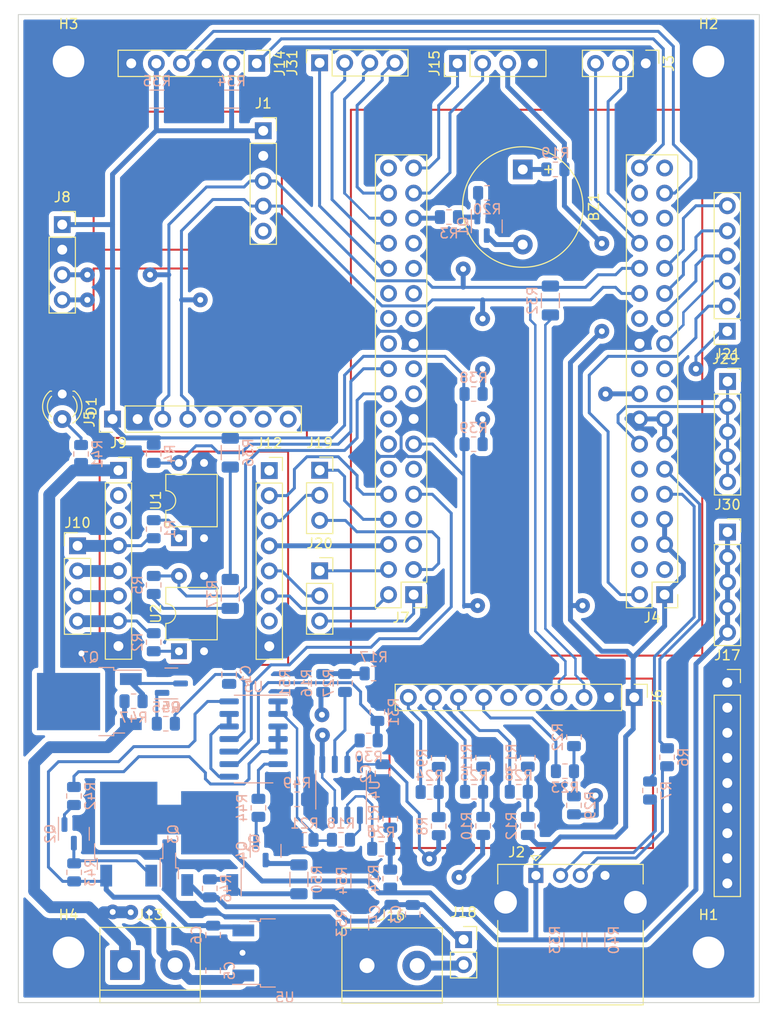
<source format=kicad_pcb>
(kicad_pcb (version 20211014) (generator pcbnew)
  (layers (0 "F.Cu" signal) (31 "B.Cu" signal) (34 "B.Paste" user) (35 "F.Paste" user) (36 "B.SilkS" user "B.Silkscreen") (37 "F.SilkS" user "F.Silkscreen") (38 "B.Mask" user) (39 "F.Mask" user) (44 "Edge.Cuts" user))
  (net 0 "")
  (net 1 "Net-(BZ1-Pad1)")
  (net 2 "Net-(BZ1-Pad2)")
  (net 3 "P1_SYS_VIN")
  (net 4 "GND_SYS")
  (net 5 "P1_SDA_I2C2")
  (net 6 "P1_SCL_I2C2")
  (net 7 "Net-(J2-Pad2)")
  (net 8 "Net-(J2-Pad3)")
  (net 9 "P1_USB1_V_EN")
  (net 14 "P1_3.3V_SYS")
  (net 16 "P1_AIN18_1.8V_REF_P")
  (net 17 "P1_AIN21_1.8V")
  (net 18 "P1_AIN23_1.8V")
  (net 19 "P1_VOUT_SYS")
  (net 20 "P1_AIN25_1.8V")
  (net 29 "ADDR")
  (net 30 "ALRT")
  (net 31 "A0")
  (net 32 "A1")
  (net 33 "A2")
  (net 34 "A3")
  (net 42 "P2_3.3V_SYS")
  (net 47 "P2_GPIO28")
  (net 49 "P2_GPIO30")
  (net 50 "P2_GPIO32")
  (net 51 "P2_GPIO34")
  (net 53 "Net-(R10-Pad1)")
  (net 54 "AUX_5V_OUT")
  (net 55 "NC")
  (net 56 "AOUT1_DVR8833_L")
  (net 57 "AOUT2_DVR8833_L")
  (net 58 "BOUT2_DVR8833_R")
  (net 59 "BOUT1_DVR8833_R")
  (net 60 "Net-(Q1-Pad1)")
  (net 61 "Net-(Q2-Pad1)")
  (net 62 "Net-(R1-Pad2)")
  (net 63 "Net-(R2-Pad2)")
  (net 64 "Net-(R12-Pad1)")
  (net 65 "Net-(R14-Pad1)")
  (net 66 "Net-(R16-Pad1)")
  (net 67 "1.7V_5V_DC_DC")
  (net 68 "1.698V_9V_DC_DC")
  (net 69 "Net-(R18-Pad1)")
  (net 70 "Net-(J29-Pad1)")
  (net 72 "12.6V_BAT_IN")
  (net 73 "Net-(R24-Pad1)")
  (net 74 "P1_PWM0_B_SERVO_AXIS_Y")
  (net 75 "P1_PWM0_A_SERVO_AXIS_X")
  (net 76 "P2_PWM1_A")
  (net 77 "P2_PWM2_B")
  (net 78 "P2_GPIO4_BIN1_DVR8833")
  (net 79 "P2_GPIO6_INIT_DVR8833")
  (net 80 "P2_GPIO8_AIN1_DVR8833")
  (net 81 "P2_GPIO10_AIN2_DVR8833")
  (net 82 "P2_GPIO2_BIN2_DVR8833")
  (net 84 "P2_GPIO18_DRIVER_OPTO_OUTB1")
  (net 86 "P2_GPIO20_DRIVER_OPTO_OUTA1")
  (net 87 "P1_AIN2_3.3V")
  (net 89 "P2_GPIO33_ECHO_HY_SRF05")
  (net 90 "P2_AIN35_3.3V_TRIGGER_HY_SRF05")
  (net 91 "P1_30_TX_UART0")
  (net 92 "P1_32_RX_UATR0")
  (net 94 "P2_GPIO31_BUZZ")
  (net 96 "P1_AIN27_1.8V")
  (net 97 "Net-(R22-Pad2)")
  (net 98 "P2_GPIO9_OUT_mosfet")
  (net 99 "Net-(J6-Pad3)")
  (net 100 "Net-(J12-Pad3)")
  (net 101 "Net-(J12-Pad5)")
  (net 102 "Net-(D1-Pad2)")
  (net 103 "5V_SYS_VIN_IN")
  (net 104 "9V_DRIVER_DC_DC_OUT")
  (net 105 "9V_DRIVER_DC_DC_IN")
  (net 106 "Net-(Q2-Pad3)")
  (net 107 "Net-(Q4-Pad1)")
  (net 108 "Net-(Q4-Pad3)")
  (net 109 "Net-(Q5-Pad1)")
  (net 110 "Net-(Q5-Pad3)")
  (net 111 "Net-(R18-Pad2)")
  (net 112 "Net-(R30-Pad1)")
  (net 113 "Net-(R30-Pad2)")
  (net 114 "Net-(R42-Pad2)")
  (net 115 "Net-(R45-Pad1)")
  (net 116 "Net-(U3-Pad12)")
  (net 117 "P1_ID_USB")
  (net 118 "Net-(R44-Pad1)")
  (net 119 "GND")
  (net 120 "P1_USB_D_N")
  (net 121 "P1_USB_D_P")
  (net 122 "Net-(Q6-Pad1)")
  (footprint "Package_DIP:DIP-4_W7.62mm" (layer "F.Cu") (at 117.856 91.44 90)
    (fp_text reference "U2")
    (fp_text value "PC817")
  )
  (footprint "Connector_PinSocket_2.54mm:PinSocket_1x02_P2.54mm_Vertical" (layer "F.Cu") (at 146.665 120.63)
    (fp_text reference "J18")
    (fp_text value "Conn_5V")
  )
  (footprint "MountingHole:MountingHole_3.2mm_M3_DIN965_Pad_TopBottom" (layer "F.Cu") (at 106.68 121.92)
    (fp_text reference "H4")
    (fp_text value "MountingHole_Pad")
  )
  (footprint "Connector_PinSocket_2.54mm:PinSocket_1x09_P2.54mm_Vertical" (layer "F.Cu") (at 173.355 94.615)
    (fp_text reference "J17")
    (fp_text value "Conn_GND")
  )
  (footprint "Connector_PinSocket_2.54mm:PinSocket_1x04_P2.54mm_Vertical" (layer "F.Cu") (at 132.09 31.8928 90)
    (fp_text reference "J31")
    (fp_text value "Conn_GPI028_34")
  )
  (footprint "Connector_PinSocket_2.54mm:PinSocket_1x04_P2.54mm_Vertical" (layer "F.Cu") (at 106.045 48.26)
    (fp_text reference "J8")
    (fp_text value "Conn_i2c2")
  )
  (footprint "Connector_PinHeader_2.54mm:PinHeader_1x08_P2.54mm_Vertical" (layer "F.Cu") (at 111.135 67.945 90)
    (fp_text reference "J5")
    (fp_text value "MPU6050")
  )
  (footprint "Connector_USB:USB_A_CONNFLY_DS1095-WNR0" (layer "F.Cu") (at 153.98 114.13)
    (fp_text reference "J2")
    (fp_text value "USB_A")
  )
  (footprint "MountingHole:MountingHole_3.2mm_M3_DIN965_Pad_TopBottom" (layer "F.Cu") (at 171.45 31.75)
    (fp_text reference "H2")
    (fp_text value "MountingHole_Pad")
  )
  (footprint "MountingHole:MountingHole_3.2mm_M3_DIN965_Pad_TopBottom" (layer "F.Cu") (at 171.45 121.92)
    (fp_text reference "H1")
    (fp_text value "MountingHole_Pad")
  )
  (footprint "TerminalBlock:TerminalBlock_bornier-2_P5.08mm" (layer "F.Cu") (at 112.395 123.2)
    (fp_text reference "J13")
    (fp_text value "9V_DC_DC")
  )
  (footprint "Connector_PinSocket_2.54mm:PinSocket_1x06_P2.54mm_Vertical" (layer "F.Cu") (at 173.355 59.055 180)
    (fp_text reference "J29")
    (fp_text value "Conn_AIN_4.096_3.3_1.8V")
  )
  (footprint "Connector_PinHeader_2.54mm:PinHeader_1x04_P2.54mm_Vertical" (layer "F.Cu") (at 107.5944 80.772)
    (fp_text reference "J10")
    (fp_text value "driver_dvr8833")
  )
  (footprint "Connector_PinSocket_2.54mm:PinSocket_1x05_P2.54mm_Vertical" (layer "F.Cu") (at 126.39 38.765)
    (fp_text reference "J1")
    (fp_text value "QMC5883L")
  )
  (footprint "LED_THT:LED_D3.0mm" (layer "F.Cu") (at 106.045 65.405 -90)
    (fp_text reference "D1")
    (fp_text value "LED")
  )
  (footprint "Connector_PinSocket_2.54mm:PinSocket_1x05_P2.54mm_Vertical" (layer "F.Cu") (at 173.38 64.135)
    (fp_text reference "J21")
    (fp_text value "Conn_P2_3.3V")
  )
  (footprint "Connector_PinHeader_2.54mm:PinHeader_1x03_P2.54mm_Vertical" (layer "F.Cu") (at 165.1 31.9428 -90)
    (fp_text reference "J3")
    (fp_text value "UART0")
  )
  (footprint "Connector_PinHeader_2.54mm:PinHeader_1x04_P2.54mm_Vertical" (layer "F.Cu") (at 146.05 31.9428 90)
    (fp_text reference "J15")
    (fp_text value "shr05")
  )
  (footprint "Connector_PinHeader_2.54mm:PinHeader_1x06_P2.54mm_Vertical" (layer "F.Cu") (at 125.73 31.9428 -90)
    (fp_text reference "J14")
    (fp_text value "servo_x_y")
  )
  (footprint "Connector_PinHeader_2.54mm:PinHeader_2x18_P2.54mm_Vertical" (layer "F.Cu") (at 141.61 85.71 180)
    (fp_text reference "J7")
    (fp_text value "P2")
  )
  (footprint "Package_DIP:DIP-4_W7.62mm" (layer "F.Cu") (at 117.856 80 90)
    (fp_text reference "U1")
    (fp_text value "PC817")
  )
  (footprint "Connector_PinHeader_2.54mm:PinHeader_2x18_P2.54mm_Vertical" (layer "F.Cu") (at 167.01 85.71 180)
    (fp_text reference "J4")
    (fp_text value "P1")
  )
  (footprint "Connector_PinSocket_2.54mm:PinSocket_1x03_P2.54mm_Vertical" (layer "F.Cu") (at 132.1 73.12)
    (fp_text reference "J19")
    (fp_text value "Conn_pwm_out_b")
  )
  (footprint "Connector_PinSocket_2.54mm:PinSocket_1x03_P2.54mm_Vertical" (layer "F.Cu") (at 132.1 83.3)
    (fp_text reference "J20")
    (fp_text value "Conn_pwm_out_a")
  )
  (footprint "Buzzer_Beeper:Buzzer_12x9.5RM7.6" (layer "F.Cu") (at 152.654 42.682 -90)
    (fp_text reference "BZ1")
    (fp_text value "Buzzer")
  )
  (footprint "Connector_PinSocket_2.54mm:PinSocket_1x08_P2.54mm_Vertical" (layer "F.Cu") (at 127 73.1497)
    (fp_text reference "J12")
    (fp_text value "IN_DVR8833")
  )
  (footprint "MountingHole:MountingHole_3.2mm_M3_DIN965_Pad_TopBottom" (layer "F.Cu") (at 106.68 31.75)
    (fp_text reference "H3")
    (fp_text value "MountingHole_Pad")
  )
  (footprint "Connector_PinSocket_2.54mm:PinSocket_1x05_P2.54mm_Vertical" (layer "F.Cu") (at 173.38 79.375)
    (fp_text reference "J30")
    (fp_text value "Conn_5V")
  )
  (footprint "TerminalBlock:TerminalBlock_bornier-2_P5.08mm" (layer "F.Cu") (at 136.89 123.25)
    (fp_text reference "J16")
    (fp_text value "5V_DC_DC")
  )
  (footprint "Connector_PinHeader_2.54mm:PinHeader_1x10_P2.54mm_Vertical" (layer "F.Cu") (at 163.9316 96.1136 -90)
    (fp_text reference "J6")
    (fp_text value "ADS1115")
  )
  (footprint "Connector_PinSocket_2.54mm:PinSocket_1x08_P2.54mm_Vertical" (layer "F.Cu") (at 111.735 73.1347)
    (fp_text reference "J9")
    (fp_text value "OUT_DVR8833")
  )
  (footprint "Resistor_SMD:R_1206_3216Metric" (layer "B.Cu") (at 115.6315 35.56 180)
    (fp_text reference "R35")
    (fp_text value "0")
  )
  (footprint "Resistor_SMD:R_0805_2012Metric" (layer "B.Cu") (at 165.53 105.5325 90)
    (fp_text reference "R7")
    (fp_text value "27")
  )
  (footprint "Resistor_SMD:R_1206_3216Metric" (layer "B.Cu") (at 136.15 118.9325 -90)
    (fp_text reference "R53")
    (fp_text value "0")
  )
  (footprint "Resistor_SMD:R_0805_2012Metric" (layer "B.Cu") (at 143.2325 105.6875 180)
    (fp_text reference "R24")
    (fp_text value "0")
  )
  (footprint "Resistor_SMD:R_0805_2012Metric" (layer "B.Cu") (at 145.1845 47.498)
    (fp_text reference "R3")
    (fp_text value "1K")
  )
  (footprint "Resistor_SMD:R_0805_2012Metric" (layer "B.Cu") (at 132.45 94.66 -90)
    (fp_text reference "R16")
    (fp_text value "430K")
  )
  (footprint "Capacitor_SMD:C_0805_2012Metric" (layer "B.Cu") (at 141.52 118.07 -90)
    (fp_text reference "C3")
    (fp_text value "100n")
  )
  (footprint "Resistor_SMD:R_0805_2012Metric" (layer "B.Cu") (at 130.5625 110.525 180)
    (fp_text reference "R21")
    (fp_text value "100K")
  )
  (footprint "Package_TO_SOT_SMD:TO-252-2" (layer "B.Cu") (at 112.775 109.947 90)
    (fp_text reference "Q3")
    (fp_text value "QM6015D")
  )
  (footprint "Resistor_SMD:R_1206_3216Metric" (layer "B.Cu") (at 160.05 120.6625 90)
    (fp_text reference "R40")
    (fp_text value "0")
  )
  (footprint "Resistor_SMD:R_0805_2012Metric" (layer "B.Cu") (at 153.162 102.2115 -90)
    (fp_text reference "R13")
    (fp_text value "1K")
  )
  (footprint "Package_TO_SOT_SMD:TO-252-2" (layer "B.Cu") (at 120.975 110.9 90)
    (fp_text reference "Q6")
    (fp_text value "QM6015D")
  )
  (footprint "Capacitor_SMD:C_0805_2012Metric" (layer "B.Cu") (at 121.315 123.76 90)
    (fp_text reference "C5")
    (fp_text value "33n")
  )
  (footprint "Capacitor_SMD:C_0805_2012Metric" (layer "B.Cu") (at 121.315 120.16 -90)
    (fp_text reference "C6")
    (fp_text value "1n")
  )
  (footprint "Resistor_SMD:R_0805_2012Metric" (layer "B.Cu") (at 144.145 102.235 -90)
    (fp_text reference "R9")
    (fp_text value "1K")
  )
  (footprint "Resistor_SMD:R_0805_2012Metric" (layer "B.Cu") (at 107.23 106.0895 90)
    (fp_text reference "R42")
    (fp_text value "1K")
  )
  (footprint "Resistor_SMD:R_0805_2012Metric" (layer "B.Cu") (at 144.145 109.14 -90)
    (fp_text reference "R8")
    (fp_text value "3K")
  )
  (footprint "Resistor_SMD:R_0805_2012Metric" (layer "B.Cu") (at 147.6775 65.405 180)
    (fp_text reference "R38")
    (fp_text value "27")
  )
  (footprint "Resistor_SMD:R_0805_2012Metric" (layer "B.Cu") (at 167.26 102.1675 90)
    (fp_text reference "R6")
    (fp_text value "27")
  )
  (footprint "Resistor_SMD:R_0805_2012Metric" (layer "B.Cu") (at 107.25 113.8195 90)
    (fp_text reference "R43")
    (fp_text value "100K")
  )
  (footprint "Resistor_SMD:R_1206_3216Metric" (layer "B.Cu") (at 123.05 85.6375 -90)
    (fp_text reference "R37")
    (fp_text value "0")
  )
  (footprint "Resistor_SMD:R_0805_2012Metric" (layer "B.Cu") (at 148.6408 109.1165 -90)
    (fp_text reference "R10")
    (fp_text value "2K")
  )
  (footprint "Resistor_SMD:R_0805_2012Metric" (layer "B.Cu") (at 157.8356 100.1287 -90)
    (fp_text reference "R22")
    (fp_text value "2K")
  )
  (footprint "Resistor_SMD:R_0805_2012Metric" (layer "B.Cu") (at 155.956 42.672 180)
    (fp_text reference "R19")
    (fp_text value "10K")
  )
  (footprint "Capacitor_SMD:C_0805_2012Metric" (layer "B.Cu") (at 139.38 118.04 -90)
    (fp_text reference "C4")
    (fp_text value "100n")
  )
  (footprint "Resistor_SMD:R_0805_2012Metric" (layer "B.Cu") (at 149.0453 45.055)
    (fp_text reference "R20")
    (fp_text value "10K")
  )
  (footprint "Resistor_SMD:R_0805_2012Metric" (layer "B.Cu") (at 107.95 71.4775 90)
    (fp_text reference "R41")
    (fp_text value "2K")
  )
  (footprint "Resistor_SMD:R_0805_2012Metric" (layer "B.Cu") (at 153.162 109.1165 -90)
    (fp_text reference "R12")
    (fp_text value "1K")
  )
  (footprint "Package_SO:SO-14_3.9x8.65mm_P1.27mm" (layer "B.Cu") (at 125.411 100.325 180)
    (fp_text reference "U3")
    (fp_text value "74HC00")
  )
  (footprint "Capacitor_SMD:C_0805_2012Metric" (layer "B.Cu") (at 122.936 93.792 90)
    (fp_text reference "C1")
    (fp_text value "100n")
  )
  (footprint "Resistor_SMD:R_0805_2012Metric" (layer "B.Cu") (at 139.24 114.4525 -90)
    (fp_text reference "R14")
    (fp_text value "150K")
  )
  (footprint "Resistor_SMD:R_0805_2012Metric" (layer "B.Cu") (at 139.24 108.3875 -90)
    (fp_text reference "R15")
    (fp_text value "75K")
  )
  (footprint "Resistor_SMD:R_1206_3216Metric" (layer "B.Cu") (at 123.05 71.3375 90)
    (fp_text reference "R36")
    (fp_text value "0")
  )
  (footprint "Package_TO_SOT_SMD:TO-252-2" (layer "B.Cu") (at 128.575 121.975)
    (fp_text reference "U5")
    (fp_text value "L7805_REZERV")
  )
  (footprint "Resistor_SMD:R_0805_2012Metric" (layer "B.Cu") (at 137.94 97.5775 90)
    (fp_text reference "R31")
    (fp_text value "100K")
  )
  (footprint "Resistor_SMD:R_0805_2012Metric" (layer "B.Cu") (at 115.3 79.0875 90)
    (fp_text reference "R1")
    (fp_text value "1K")
  )
  (footprint "Resistor_SMD:R_0805_2012Metric" (layer "B.Cu") (at 147.6775 70.485 180)
    (fp_text reference "R39")
    (fp_text value "27")
  )
  (footprint "Resistor_SMD:R_0805_2012Metric" (layer "B.Cu") (at 148.6408 102.2115 -90)
    (fp_text reference "R11")
    (fp_text value "1K")
  )
  (footprint "Resistor_SMD:R_0805_2012Metric" (layer "B.Cu") (at 137.06 100.47)
    (fp_text reference "R30")
    (fp_text value "110K")
  )
  (footprint "Resistor_SMD:R_1206_3216Metric" (layer "B.Cu") (at 136.17 114.6575 -90)
    (fp_text reference "R54")
    (fp_text value "0")
  )
  (footprint "Resistor_SMD:R_0805_2012Metric" (layer "B.Cu") (at 113.2625 96.5)
    (fp_text reference "R47")
    (fp_text value "100K")
  )
  (footprint "Resistor_SMD:R_0805_2012Metric" (layer "B.Cu") (at 125.9 107.2875 -90)
    (fp_text reference "R44")
    (fp_text value "1K")
  )
  (footprint "Resistor_SMD:R_0805_2012Metric" (layer "B.Cu") (at 115.3 90.5275 -90)
    (fp_text reference "R2")
    (fp_text value "1K")
  )
  (footprint "Resistor_SMD:R_0805_2012Metric" (layer "B.Cu") (at 137.5625 93.69 180)
    (fp_text reference "R17")
    (fp_text value "100K")
  )
  (footprint "Resistor_SMD:R_0805_2012Metric" (layer "B.Cu") (at 115.3 71.4625 90)
    (fp_text reference "R4")
    (fp_text value "1K")
  )
  (footprint "Resistor_SMD:R_0805_2012Metric" (layer "B.Cu") (at 120.975 115.4375 90)
    (fp_text reference "R46")
    (fp_text value "100K")
  )
  (footprint "Resistor_SMD:R_0805_2012Metric" (layer "B.Cu") (at 134.2525 110.52 180)
    (fp_text reference "R18")
    (fp_text value "110K")
  )
  (footprint "Package_TO_SOT_SMD:SOT-23" (layer "B.Cu") (at 126.625 111.6375 -90)
    (fp_text reference "Q4")
    (fp_text value "BC847")
  )
  (footprint "Resistor_SMD:R_0805_2012Metric" (layer "B.Cu") (at 130.26 94.6475 -90)
    (fp_text reference "R51")
    (fp_text value "0")
  )
  (footprint "Capacitor_SMD:C_0805_2012Metric" (layer "B.Cu") (at 138.46 103.83 -90)
    (fp_text reference "C2")
    (fp_text value "100n")
  )
  (footprint "Package_TO_SOT_SMD:TO-252-2" (layer "B.Cu") (at 108.785 96.535 180)
    (fp_text reference "Q7")
    (fp_text value "QM6015D")
  )
  (footprint "Resistor_SMD:R_0805_2012Metric" (layer "B.Cu") (at 138.3275 111.44 180)
    (fp_text reference "R26")
    (fp_text value "0")
  )
  (footprint "Resistor_SMD:R_1206_3216Metric" (layer "B.Cu") (at 130 114.525 90)
    (fp_text reference "R50")
    (fp_text value "0")
  )
  (footprint "Package_TO_SOT_SMD:SOT-23" (layer "B.Cu") (at 107.22 109.9195 -90)
    (fp_text reference "Q2")
    (fp_text value "BC847")
  )
  (footprint "Resistor_SMD:R_0805_2012Metric" (layer "B.Cu") (at 116.53 98.775 180)
    (fp_text reference "R45")
    (fp_text value "1K")
  )
  (footprint "Resistor_SMD:R_1206_3216Metric" (layer "B.Cu") (at 155.448 55.9415 -90)
    (fp_text reference "R32")
    (fp_text value "0")
  )
  (footprint "Resistor_SMD:R_0805_2012Metric" (layer "B.Cu") (at 129.8125 106.425 180)
    (fp_text reference "R49")
    (fp_text value "0")
  )
  (footprint "Resistor_SMD:R_0805_2012Metric" (layer "B.Cu") (at 147.7283 105.664 180)
    (fp_text reference "R25")
    (fp_text value "0")
  )
  (footprint "Package_SO:SO-8_3.9x4.9mm_P1.27mm" (layer "B.Cu") (at 134.265 105.465 90)
    (fp_text reference "U4")
    (fp_text value "LM358")
  )
  (footprint "Package_TO_SOT_SMD:SOT-23" (layer "B.Cu") (at 117.0875 94.7)
    (fp_text reference "Q5")
    (fp_text value "BC847")
  )
  (footprint "Resistor_SMD:R_0805_2012Metric" (layer "B.Cu") (at 156.9231 103.5812)
    (fp_text reference "R23")
    (fp_text value "2K")
  )
  (footprint "Resistor_SMD:R_1206_3216Metric" (layer "B.Cu") (at 157.734 120.65 -90)
    (fp_text reference "R33")
    (fp_text value "0")
  )
  (footprint "Resistor_SMD:R_0805_2012Metric" (layer "B.Cu") (at 115.3 84.7325 -90)
    (fp_text reference "R5")
    (fp_text value "1K")
  )
  (footprint "Resistor_SMD:R_0805_2012Metric" (layer "B.Cu") (at 152.2495 105.664 180)
    (fp_text reference "R28")
    (fp_text value "0")
  )
  (footprint "Resistor_SMD:R_0805_2012Metric" (layer "B.Cu") (at 134.66 94.6475 -90)
    (fp_text reference "R27")
    (fp_text value "0")
  )
  (footprint "Resistor_SMD:R_0805_2012Metric" (layer "B.Cu") (at 157.8356 107.0337 90)
    (fp_text reference "R29")
    (fp_text value "0")
  )
  (footprint "Package_TO_SOT_SMD:SOT-23" (layer "B.Cu") (at 149.0078 48.4355 -90)
    (fp_text reference "Q1")
    (fp_text value "BC847")
  )
  (footprint "Resistor_SMD:R_1206_3216Metric" (layer "B.Cu") (at 123.19 35.56 180)
    (fp_text reference "R34")
    (fp_text value "0")
  )
  (gr_line (start 128.27 36.83) (end 128.27 50.8) (layer "F.Cu") (width 0.2))
  (gr_line (start 165.8366 94.2086) (end 165.8366 111.3536) (layer "F.Cu") (width 0.2))
  (gr_line (start 139.1666 94.2086) (end 165.8366 94.2086) (layer "F.Cu") (width 0.2))
  (gr_line (start 128.88 71.2297) (end 109.83 71.2297) (layer "F.Cu") (width 0.2))
  (gr_line (start 109.215 52.705) (end 130.805 52.705) (layer "F.Cu") (width 0.2))
  (gr_line (start 139.1666 94.2086) (end 139.1666 111.3536) (layer "F.Cu") (width 0.2))
  (gr_line (start 109.83 71.2297) (end 109.83 92.8197) (layer "F.Cu") (width 0.2))
  (gr_line (start 165.8366 111.3536) (end 139.1666 111.3536) (layer "F.Cu") (width 0.2))
  (gr_line (start 109.83 92.8197) (end 128.88 92.8197) (layer "F.Cu") (width 0.2))
  (gr_line (start 130.805 69.85) (end 130.805 52.705) (layer "F.Cu") (width 0.2))
  (gr_line (start 128.27 36.83) (end 109.22 36.83) (layer "F.Cu") (width 0.2))
  (gr_line (start 128.27 50.8) (end 109.22 50.8) (layer "F.Cu") (width 0.2))
  (gr_line (start 170.82 91.8822) (end 135.26 91.8822) (layer "F.Cu") (width 0.2))
  (gr_line (start 109.215 69.85) (end 109.215 52.705) (layer "F.Cu") (width 0.2))
  (gr_line (start 135.26 36.6372) (end 170.82 36.6372) (layer "F.Cu") (width 0.2))
  (gr_line (start 128.905 92.8097) (end 128.905 71.2197) (layer "F.Cu") (width 0.2))
  (gr_line (start 135.26 91.8822) (end 135.26 36.6372) (layer "F.Cu") (width 0.2))
  (gr_line (start 170.82 36.6372) (end 170.82 91.8822) (layer "F.Cu") (width 0.2))
  (gr_line (start 109.22 50.8) (end 109.22 36.83) (layer "F.Cu") (width 0.2))
  (gr_line (start 109.215 69.85) (end 130.805 69.85) (layer "F.Cu") (width 0.2))
  (gr_rect locked (start 101.6 127) (end 176.6 27) (layer "Edge.Cuts") (width 0.1) (fill none))
  (segment (start 152.654 42.682) (end 155.0335 42.682) (width 0.5) (layer "B.Cu") (net 1))
  (segment (start 155.0335 42.682) (end 155.0435 42.672) (width 0.25) (layer "B.Cu") (net 1))
  (segment (start 149.9168 50.282) (end 152.654 50.282) (width 0.5) (layer "B.Cu") (net 2))
  (segment (start 149.0078 49.373) (end 149.9168 50.282) (width 0.5) (layer "B.Cu") (net 2))
  (via (at 148.082 86.8172) (size 1.5) (drill 0.5) (layers "F.Cu" "B.Cu") (net 3))
  (via (at 160.655 59.055) (size 1.5) (drill 0.6) (layers "F.Cu" "B.Cu") (net 3))
  (via (at 160.655 50.165) (size 1.5) (drill 0.6) (layers "F.Cu" "B.Cu") (net 3))
  (via (at 158.6992 86.8172) (size 1.5) (drill 0.6) (layers "F.Cu" "B.Cu") (net 3))
  (segment (start 111.125 48.26) (end 111.135 48.25) (width 0.25) (layer "B.Cu") (net 3))
  (segment (start 133.35 69.85) (end 115.824 69.85) (width 0.3) (layer "B.Cu") (net 3))
  (segment (start 167.01 88.895) (end 167.01 85.71) (width 0.5) (layer "B.Cu") (net 3))
  (segment (start 154.131 110.998) (end 155.448 110.998) (width 0.5) (layer "B.Cu") (net 3))
  (segment (start 111.135 43.17) (end 115.57 38.735) (width 0.5) (layer "B.Cu") (net 3))
  (segment (start 112.775 107.847) (end 113.403 108.475) (width 0.3) (layer "B.Cu") (net 3))
  (segment (start 143.5204 70.47) (end 146.6088 73.5584) (width 0.3) (layer "B.Cu") (net 3))
  (segment (start 168.91 83.81) (end 168.91 82.53) (width 0.5) (layer "B.Cu") (net 3))
  (segment (start 120.65 108.475) (end 120.975 108.8) (width 0.3) (layer "B.Cu") (net 3))
  (segment (start 165.1 120.65) (end 165.175 120.575) (width 0.25) (layer "B.Cu") (net 3))
  (segment (start 148.082 86.8172) (end 146.7612 86.8172) (width 0.5) (layer "B.Cu") (net 3))
  (segment (start 146.685 86.995) (end 146.685 86.741) (width 0.3) (layer "B.Cu") (net 3))
  (segment (start 156.464 110.236) (end 162.052 110.236) (width 0.5) (layer "B.Cu") (net 3))
  (segment (start 143.27 115.89) (end 145.46 118.08) (width 0.5) (layer "B.Cu") (net 3))
  (segment (start 126.265 114.69) (end 120.975 109.4) (width 0.5) (layer "B.Cu") (net 3))
  (segment (start 150.13 120.65) (end 165.1 120.65) (width 0.5) (layer "B.Cu") (net 3))
  (segment (start 123.05 84.175) (end 123.05 72.8) (width 0.3) (layer "B.Cu") (net 3))
  (segment (start 123.19 38.735) (end 123.22 38.765) (width 0.25) (layer "B.Cu") (net 3))
  (segment (start 115.824 69.85) (end 112.395 69.85) (width 0.5) (layer "B.Cu") (net 3))
  (segment (start 114.808 70.565) (end 115.109 70.565) (width 0.25) (layer "B.Cu") (net 3))
  (segment (start 170.18 92.735) (end 173.38 89.535) (width 0.5) (layer "B.Cu") (net 3))
  (segment (start 173.38 79.375) (end 173.38 89.535) (width 0.5) (layer "B.Cu") (net 3))
  (segment (start 163.83 99.314) (end 163.83 92.075) (width 0.5) (layer "B.Cu") (net 3))
  (segment (start 157.48 88.265) (end 160.655 91.44) (width 0.5) (layer "B.Cu") (net 3))
  (segment (start 163.83 92.075) (end 167.01 88.895) (width 0.5) (layer "B.Cu") (net 3))
  (segment (start 153.162 110.029) (end 154.131 110.998) (width 0.5) (layer "B.Cu") (net 3))
  (segment (start 157.48 86.9188) (end 157.48 88.265) (width 0.5) (layer "B.Cu") (net 3))
  (segment (start 163.068 100.076) (end 163.83 99.314) (width 0.5) (layer "B.Cu") (net 3))
  (segment (start 112.395 69.85) (end 111.135 68.59) (width 0.5) (layer "B.Cu") (net 3))
  (segment (start 136.524641 61.595) (end 134.62 63.499641) (width 0.3) (layer "B.Cu") (net 3))
  (segment (start 111.135 67.945) (end 111.135 48.25) (width 0.5) (layer "B.Cu") (net 3))
  (segment (start 106.68 48.26) (end 111.125 48.26) (width 0.5) (layer "B.Cu") (net 3))
  (segment (start 115.6 38.765) (end 126.39 38.765) (width 0.5) (layer "B.Cu") (net 3))
  (segment (start 146.685 63.5) (end 144.78 61.595) (width 0.3) (layer "B.Cu") (net 3))
  (segment (start 157.5816 86.8172) (end 157.48 86.9188) (width 0.25) (layer "B.Cu") (net 3))
  (segment (start 134.62 68.58) (end 133.35 69.85) (width 0.3) (layer "B.Cu") (net 3))
  (segment (start 167.01 85.71) (end 168.91 83.81) (width 0.5) (layer "B.Cu") (net 3))
  (segment (start 115.57 31.9428) (end 115.57 38.735) (width 0.5) (layer "B.Cu") (net 3))
  (segment (start 147.56 118.08) (end 150.13 120.65) (width 0.5) (layer "B.Cu") (net 3))
  (segment (start 165.175 120.575) (end 170.18 115.57) (width 0.5) (layer "B.Cu") (net 3))
  (segment (start 156.8685 40.0285) (end 156.8685 42.672) (width 0.5) (layer "B.Cu") (net 3))
  (segment (start 167.01 80.63) (end 167.01 78.09) (width 0.5) (layer "B.Cu") (net 3))
  (segment (start 163.195 91.44) (end 163.83 92.075) (width 0.5) (layer "B.Cu") (net 3))
  (segment (start 151.13 34.29) (end 156.8685 40.0285) (width 0.5) (layer "B.Cu") (net 3))
  (segment (start 115.57 38.735) (end 115.6 38.765) (width 0.25) (layer "B.Cu") (net 3))
  (segment (start 158.6992 86.8172) (end 157.5816 86.8172) (width 0.5) (layer "B.Cu") (net 3))
  (segment (start 134.62 63.499641) (end 134.62 68.58) (width 0.3) (layer "B.Cu") (net 3))
  (segment (start 156.8685 42.672) (end 156.8685 46.3785) (width 0.5) (layer "B.Cu") (net 3))
  (segment (start 170.18 115.57) (end 170.18 92.735) (width 0.5) (layer "B.Cu") (net 3))
  (segment (start 138.13 115.89) (end 143.27 115.89) (width 0.5) (layer "B.Cu") (net 3))
  (segment (start 168.91 82.53) (end 167.01 80.63) (width 0.5) (layer "B.Cu") (net 3))
  (segment (start 146.685 86.741) (end 146.685 63.5) (width 0.3) (layer "B.Cu") (net 3))
  (segment (start 120.975 109.4) (end 120.975 108.8) (width 0.3) (layer "B.Cu") (net 3))
  (segment (start 151.13 31.9428) (end 151.13 34.29) (width 0.5) (layer "B.Cu") (net 3))
  (segment (start 113.403 108.475) (end 120.65 108.475) (width 3) (layer "B.Cu") (net 3))
  (segment (start 153.98 112.72) (end 156.464 110.236) (width 0.5) (layer "B.Cu") (net 3))
  (segment (start 136.93 114.69) (end 138.13 115.89) (width 0.5) (layer "B.Cu") (net 3))
  (segment (start 153.98 114.13) (end 153.98 112.72) (width 0.5) (layer "B.Cu") (net 3))
  (segment (start 116.263 87.1) (end 123.05 87.1) (width 0.3) (layer "B.Cu") (net 3))
  (segment (start 157.48 62.23) (end 157.48 86.9188) (width 0.5) (layer "B.Cu") (net 3))
  (segment (start 121.3 108.975) (end 121.55 108.975) (width 0.3) (layer "B.Cu") (net 3))
  (segment (start 123.22 38.765) (end 126.39 38.765) (width 0.25) (layer "B.Cu") (net 3))
  (segment (start 111.135 68.59) (end 111.135 67.945) (width 0.25) (layer "B.Cu") (net 3))
  (segment (start 163.068 109.22) (end 163.068 100.076) (width 0.5) (layer "B.Cu") (net 3))
  (segment (start 135.31 114.69) (end 126.265 114.69) (width 0.5) (layer "B.Cu") (net 3))
  (segment (start 111.135 48.25) (end 111.135 43.17) (width 0.5) (layer "B.Cu") (net 3))
  (segment (start 144.78 61.595) (end 136.524641 61.595) (width 0.3) (layer "B.Cu") (net 3))
  (segment (start 160.655 91.44) (end 163.195 91.44) (width 0.5) (layer "B.Cu") (net 3))
  (segment (start 156.8685 46.3785) (end 160.655 50.165) (width 0.5) (layer "B.Cu") (net 3))
  (segment (start 141.61 70.47) (end 143.5204 70.47) (width 0.3) (layer "B.Cu") (net 3))
  (segment (start 146.7612 86.8172) (end 146.685 86.741) (width 0.25) (layer "B.Cu") (net 3))
  (segment (start 160.655 59.055) (end 157.48 62.23) (width 0.5) (layer "B.Cu") (net 3))
  (segment (start 153.98 120.5) (end 153.98 114.13) (width 0.5) (layer "B.Cu") (net 3))
  (segment (start 114.808 85.645) (end 116.263 87.1) (width 0.3) (layer "B.Cu") (net 3))
  (segment (start 145.46 118.08) (end 147.56 118.08) (width 0.5) (layer "B.Cu") (net 3))
  (segment (start 162.052 110.236) (end 163.068 109.22) (width 0.5) (layer "B.Cu") (net 3))
  (segment (start 115.109 70.565) (end 115.824 69.85) (width 0.25) (layer "B.Cu") (net 3))
  (segment (start 123.19 31.9428) (end 123.19 38.735) (width 0.5) (layer "B.Cu") (net 3))
  (segment (start 135.31 114.69) (end 136.93 114.69) (width 0.5) (layer "B.Cu") (net 3))
  (via (at 108.585 55.88) (size 1.5) (drill 0.6) (layers "F.Cu" "B.Cu") (net 5))
  (via (at 148.59 62.865) (size 1.5) (drill 0.6) (layers "F.Cu" "B.Cu") (net 5))
  (via (at 148.59 57.785) (size 1.5) (drill 0.6) (layers "F.Cu" "B.Cu") (net 5))
  (via (at 120.015 55.88) (size 1.5) (drill 0.6) (layers "F.Cu" "B.Cu") (net 5))
  (segment (start 153.924 89.408) (end 153.924 58.42) (width 0.25) (layer "B.Cu") (net 5))
  (segment (start 124.46 45.72) (end 125.125 46.385) (width 0.3) (layer "B.Cu") (net 5))
  (segment (start 118.11 65.532) (end 118.11 55.89) (width 0.3) (layer "B.Cu") (net 5))
  (segment (start 118.745 67.955) (end 118.755 67.945) (width 0.25) (layer "B.Cu") (net 5))
  (segment (start 156.3116 96.1136) (end 156.3116 94.5134) (width 0.25) (layer "B.Cu") (net 5))
  (segment (start 156.972 93.853) (end 156.972 92.456) (width 0.25) (layer "B.Cu") (net 5))
  (segment (start 125.125 46.385) (end 126.39 46.385) (width 0.3) (layer "B.Cu") (net 5))
  (segment (start 159.512 55.88) (end 160.782 54.61) (width 0.3) (layer "B.Cu") (net 5))
  (segment (start 148.59 65.405) (end 148.59 62.865) (width 0.5) (layer "B.Cu") (net 5))
  (segment (start 118.755 66.177) (end 118.11 65.532) (width 0.3) (layer "B.Cu") (net 5))
  (segment (start 156.3116 94.5134) (end 156.972 93.853) (width 0.25) (layer "B.Cu") (net 5))
  (segment (start 143.51 55.88) (end 159.512 55.88) (width 0.3) (layer "B.Cu") (net 5))
  (segment (start 128.3 46.385) (end 138.405 56.49) (width 0.3) (layer "B.Cu") (net 5))
  (segment (start 160.782 54.61) (end 162.052 54.61) (width 0.3) (layer "B.Cu") (net 5))
  (segment (start 118.12 55.88) (end 120.015 55.88) (width 0.5) (layer "B.Cu") (net 5))
  (segment (start 121.285 45.72) (end 124.46 45.72) (width 0.3) (layer "B.Cu") (net 5))
  (segment (start 118.11 55.89) (end 118.12 55.88) (width 0.25) (layer "B.Cu") (net 5))
  (segment (start 118.11 55.88) (end 118.11 48.895) (width 0.3) (layer "B.Cu") (net 5))
  (segment (start 126.39 46.385) (end 128.3 46.385) (width 0.3) (layer "B.Cu") (net 5))
  (segment (start 148.59 57.785) (end 148.59 55.88) (width 0.5) (layer "B.Cu") (net 5))
  (segment (start 156.972 92.456) (end 153.924 89.408) (width 0.25) (layer "B.Cu") (net 5))
  (segment (start 138.405 56.49) (end 142.9 56.49) (width 0.3) (layer "B.Cu") (net 5))
  (segment (start 106.045 55.88) (end 105.810289 56.114711) (width 0.25) (layer "B.Cu") (net 5))
  (segment (start 118.745 68.7047) (end 118.745 67.955) (width 0.25) (layer "B.Cu") (net 5))
  (segment (start 162.052 54.61) (end 162.672 55.23) (width 0.3) (layer "B.Cu") (net 5))
  (segment (start 142.9 56.49) (end 143.51 55.88) (width 0.3) (layer "B.Cu") (net 5))
  (segment (start 106.045 55.88) (end 108.585 55.88) (width 0.5) (layer "B.Cu") (net 5))
  (segment (start 118.755 67.945) (end 118.755 66.177) (width 0.3) (layer "B.Cu") (net 5))
  (segment (start 153.924 58.42) (end 153.416 57.912) (width 0.25) (layer "B.Cu") (net 5))
  (segment (start 162.672 55.23) (end 164.47 55.23) (width 0.3) (layer "B.Cu") (net 5))
  (segment (start 153.416 57.912) (end 153.416 55.88) (width 0.25) (layer "B.Cu") (net 5))
  (segment (start 118.11 48.895) (end 121.285 45.72) (width 0.3) (layer "B.Cu") (net 5))
  (via (at 148.59 67.945) (size 1.5) (drill 0.6) (layers "F.Cu" "B.Cu") (net 6))
  (via (at 146.625 52.75) (size 1.5) (drill 0.6) (layers "F.Cu" "B.Cu") (net 6))
  (via (at 108.585 53.34) (size 1.5) (drill 0.6) (layers "F.Cu" "B.Cu") (net 6))
  (via (at 114.935 53.34) (size 1.5) (drill 0.6) (layers "F.Cu" "B.Cu") (net 6))
  (segment (start 162.702 52.69) (end 162.052 53.34) (width 0.3) (layer "B.Cu") (net 6))
  (segment (start 116.84 48.26) (end 120.65 44.45) (width 0.3) (layer "B.Cu") (net 6))
  (segment (start 155.325 54.61) (end 155.575 54.86) (width 0.25) (layer "B.Cu") (net 6))
  (segment (start 146.61 54.61) (end 143.51 54.61) (width 0.3) (layer "B.Cu") (net 6))
  (segment (start 127.665 43.845) (end 137.77 53.95) (width 0.3) (layer "B.Cu") (net 6))
  (segment (start 116.84 53.35) (end 116.83 53.34) (width 0.25) (layer "B.Cu") (net 6))
  (segment (start 116.84 65.532) (end 116.84 53.35) (width 0.3) (layer "B.Cu") (net 6))
  (segment (start 143.51 54.61) (end 142.89 53.99) (width 0.3) (layer "B.Cu") (net 6))
  (segment (start 120.65 44.45) (end 124.46 44.45) (width 0.3) (layer "B.Cu") (net 6))
  (segment (start 146.812 54.61) (end 146.61 54.61) (width 0.3) (layer "B.Cu") (net 6))
  (segment (start 116.215 67.945) (end 116.215 66.157) (width 0.3) (layer "B.Cu") (net 6))
  (segment (start 125.065 43.845) (end 126.39 43.845) (width 0.3) (layer "B.Cu") (net 6))
  (segment (start 106.045 53.34) (end 108.585 53.34) (width 0.5) (layer "B.Cu") (net 6))
  (segment (start 142.89 53.95) (end 142.89 53.99) (width 0.25) (layer "B.Cu") (net 6))
  (segment (start 116.83 53.34) (end 114.935 53.34) (width 0.5) (layer "B.Cu") (net 6))
  (segment (start 155.575 54.61) (end 159.004 54.61) (width 0.3) (layer "B.Cu") (net 6))
  (segment (start 146.625 54.595) (end 146.61 54.61) (width 0.25) (layer "B.Cu") (net 6))
  (segment (start 146.812 54.61) (end 155.325 54.61) (width 0.3) (layer "B.Cu") (net 6))
  (segment (start 146.625 52.75) (end 146.625 54.595) (width 0.5) (layer "B.Cu") (net 6))
  (segment (start 148.59 70.485) (end 148.59 67.945) (width 0.5) (layer "B.Cu") (net 6))
  (segment (start 159.004 54.61) (end 160.274 53.34) (width 0.3) (layer "B.Cu") (net 6))
  (segment (start 116.84 53.34) (end 116.84 48.26) (width 0.3) (layer "B.Cu") (net 6))
  (segment (start 124.46 44.45) (end 125.065 43.845) (width 0.3) (layer "B.Cu") (net 6))
  (segment (start 160.274 53.34) (end 162.052 53.34) (width 0.3) (layer "B.Cu") (net 6))
  (segment (start 162.702 52.69) (end 164.47 52.69) (width 0.3) (layer "B.Cu") (net 6))
  (segment (start 126.39 43.845) (end 127.665 43.845) (width 0.3) (layer "B.Cu") (net 6))
  (segment (start 137.77 53.95) (end 142.89 53.95) (width 0.3) (layer "B.Cu") (net 6))
  (segment (start 116.215 66.157) (end 116.84 65.532) (width 0.3) (layer "B.Cu") (net 6))
  (segment (start 158.78952 111.82048) (end 163.86952 111.82048) (width 0.3) (layer "B.Cu") (net 7))
  (segment (start 163.86952 111.82048) (end 166.07 109.62) (width 0.3) (layer "B.Cu") (net 7))
  (segment (start 166.07 109.62) (end 166.07 106.65) (width 0.3) (layer "B.Cu") (net 7))
  (segment (start 156.48 114.13) (end 158.78952 111.82048) (width 0.3) (layer "B.Cu") (net 7))
  (segment (start 158.48 114.13) (end 160.24 112.37) (width 0.3) (layer "B.Cu") (net 8))
  (segment (start 160.24 112.37) (end 164.097139 112.369999) (width 0.3) (layer "B.Cu") (net 8))
  (segment (start 166.79 103.46) (end 167.2 103.05) (width 0.3) (layer "B.Cu") (net 8))
  (segment (start 164.097139 112.369999) (end 166.79 109.677138) (width 0.3) (layer "B.Cu") (net 8))
  (segment (start 166.79 109.677138) (end 166.79 103.46) (width 0.3) (layer "B.Cu") (net 8))
  (segment (start 164.47 70.47) (end 162.3 68.3) (width 0.3) (layer "B.Cu") (net 14))
  (segment (start 162.3 68.3) (end 162.3 67.5) (width 0.3) (layer "B.Cu") (net 14))
  (segment (start 163.125 66.675) (end 173.38 66.675) (width 0.3) (layer "B.Cu") (net 14))
  (segment (start 173.38 64.135) (end 173.38 74.295) (width 0.3) (layer "B.Cu") (net 14))
  (segment (start 162.3 67.5) (end 163.125 66.675) (width 0.3) (layer "B.Cu") (net 14))
  (via (at 132.38 99.93) (size 1.5) (drill 0.6) (layers "F.Cu" "B.Cu") (net 16))
  (via (at 161.036 65.405) (size 1.5) (drill 0.6) (layers "F.Cu" "B.Cu") (net 16))
  (segment (start 132.36 99.95) (end 132.36 102.89) (width 0.5) (layer "B.Cu") (net 16))
  (segment (start 132.38 99.93) (end 132.36 99.95) (width 0.25) (layer "B.Cu") (net 16))
  (segment (start 133.63 105.515) (end 133.63 108.04) (width 0.25) (layer "B.Cu") (net 16))
  (segment (start 132.36 104.245) (end 133.63 105.515) (width 0.25) (layer "B.Cu") (net 16))
  (segment (start 161.036 65.405) (end 160.685 65.405) (width 0.25) (layer "B.Cu") (net 16))
  (segment (start 164.47 65.39) (end 160.67 65.39) (width 0.5) (layer "B.Cu") (net 16))
  (segment (start 132.36 102.89) (end 132.36 104.245) (width 0.25) (layer "B.Cu") (net 16))
  (segment (start 160.685 65.405) (end 160.67 65.39) (width 0.25) (layer "B.Cu") (net 16))
  (segment (start 172.085 53.975) (end 170.815 55.245) (width 0.25) (layer "B.Cu") (net 17))
  (segment (start 173.355 53.975) (end 172.085 53.975) (width 0.25) (layer "B.Cu") (net 17))
  (segment (start 171.45 54.61) (end 168.91 57.15) (width 0.25) (layer "B.Cu") (net 17))
  (segment (start 168.91 57.15) (end 168.91 58.41) (width 0.25) (layer "B.Cu") (net 17))
  (segment (start 168.91 58.41) (end 167.01 60.31) (width 0.25) (layer "B.Cu") (net 17))
  (segment (start 170.18 52.3875) (end 171.1325 51.435) (width 0.3) (layer "B.Cu") (net 18))
  (segment (start 167.01 57.77) (end 167.01 57.14) (width 0.25) (layer "B.Cu") (net 18))
  (segment (start 171.1325 51.435) (end 173.355 51.435) (width 0.3) (layer "B.Cu") (net 18))
  (segment (start 170.18 53.97) (end 170.18 52.3875) (width 0.3) (layer "B.Cu") (net 18))
  (segment (start 167.01 57.14) (end 170.18 53.97) (width 0.3) (layer "B.Cu") (net 18))
  (segment (start 168.91 52.07) (end 170.18 50.8) (width 0.3) (layer "B.Cu") (net 20))
  (segment (start 167.01 55.23) (end 168.265 53.975) (width 0.3) (layer "B.Cu") (net 20))
  (segment (start 170.18 49.53) (end 170.815 48.895) (width 0.3) (layer "B.Cu") (net 20))
  (segment (start 168.265 53.975) (end 168.275 53.975) (width 0.25) (layer "B.Cu") (net 20))
  (segment (start 170.18 50.8) (end 170.18 49.53) (width 0.3) (layer "B.Cu") (net 20))
  (segment (start 167.01 55.23) (end 167.655 55.23) (width 0.25) (layer "B.Cu") (net 20))
  (segment (start 168.275 53.975) (end 168.91 53.34) (width 0.3) (layer "B.Cu") (net 20))
  (segment (start 170.815 48.895) (end 173.355 48.895) (width 0.3) (layer "B.Cu") (net 20))
  (segment (start 168.91 53.34) (end 168.91 52.07) (width 0.3) (layer "B.Cu") (net 20))
  (segment (start 148.6916 96.1136) (end 148.6916 97.4852) (width 0.3) (layer "B.Cu") (net 31))
  (segment (start 153.6192 98.1964) (end 156.0106 100.5878) (width 0.3) (layer "B.Cu") (net 31))
  (segment (start 148.6916 97.4852) (end 149.4028 98.1964) (width 0.3) (layer "B.Cu") (net 31))
  (segment (start 149.4028 98.1964) (end 153.6192 98.1964) (width 0.3) (layer "B.Cu") (net 31))
  (segment (start 156.0106 100.5878) (end 156.0106 103.5812) (width 0.3) (layer "B.Cu") (net 31))
  (segment (start 150.1648 99.4664) (end 151.337 100.6386) (width 0.3) (layer "B.Cu") (net 32))
  (segment (start 148.2852 99.4664) (end 150.1648 99.4664) (width 0.3) (layer "B.Cu") (net 32))
  (segment (start 146.1516 96.1136) (end 146.1516 97.3328) (width 0.3) (layer "B.Cu") (net 32))
  (segment (start 146.1516 97.3328) (end 148.2852 99.4664) (width 0.3) (layer "B.Cu") (net 32))
  (segment (start 151.337 100.6386) (end 151.337 105.664) (width 0.3) (layer "B.Cu") (net 32))
  (segment (start 146.685 96.52) (end 146.05 95.885) (width 0.25) (layer "B.Cu") (net 32))
  (segment (start 146.8158 105.664) (end 146.7358 105.584) (width 0.25) (layer "B.Cu") (net 33))
  (segment (start 143.6116 96.1136) (end 143.6116 97.2566) (width 0.3) (layer "B.Cu") (net 33))
  (segment (start 143.6116 97.2566) (end 146.7866 100.4316) (width 0.3) (layer "B.Cu") (net 33))
  (segment (start 146.8158 100.4354) (end 146.8158 105.664) (width 0.3) (layer "B.Cu") (net 33))
  (segment (start 146.812 100.4316) (end 146.8158 100.4354) (width 0.25) (layer "B.Cu") (net 33))
  (segment (start 142.32 105.6875) (end 142.32 98.505) (width 0.3) (layer "B.Cu") (net 34))
  (segment (start 141.0716 97.2566) (end 141.0716 96.1136) (width 0.3) (layer "B.Cu") (net 34))
  (segment (start 142.32 98.505) (end 141.0716 97.2566) (width 0.3) (layer "B.Cu") (net 34))
  (segment (start 132.09 46.238) (end 132.09 31.8928) (width 0.3) (layer "B.Cu") (net 47))
  (segment (start 139.07 52.69) (end 138.415 52.69) (width 0.25) (layer "B.Cu") (net 47))
  (segment (start 138.415 52.69) (end 132.08 46.355) (width 0.3) (layer "B.Cu") (net 47))
  (segment (start 139.07 50.15) (end 137.78 50.15) (width 0.25) (layer "B.Cu") (net 49))
  (segment (start 137.78 50.15) (end 133.35 45.72) (width 0.3) (layer "B.Cu") (net 49))
  (segment (start 133.35 34.925) (end 134.63 33.645) (width 0.3) (layer "B.Cu") (net 49))
  (segment (start 133.35 45.72) (end 133.35 34.925) (width 0.3) (layer "B.Cu") (net 49))
  (segment (start 134.63 33.645) (end 134.63 31.8928) (width 0.3) (layer "B.Cu") (net 49))
  (segment (start 134.62 45.085) (end 134.62 35.56) (width 0.3) (layer "B.Cu") (net 50))
  (segment (start 134.62 35.56) (end 136.525 33.655) (width 0.3) (layer "B.Cu") (net 50))
  (segment (start 137.145 47.61) (end 134.62 45.085) (width 0.25) (layer "B.Cu") (net 50))
  (segment (start 137.17 32.375) (end 137.17 31.8928) (width 0.25) (layer "B.Cu") (net 50))
  (segment (start 136.525 33.02) (end 137.17 32.375) (width 0.3) (layer "B.Cu") (net 50))
  (segment (start 136.525 33.655) (end 136.525 33.02) (width 0.3) (layer "B.Cu") (net 50))
  (segment (start 139.07 47.61) (end 137.145 47.61) (width 0.3) (layer "B.Cu") (net 50))
  (segment (start 135.89 44.45) (end 136.51 45.07) (width 0.3) (layer "B.Cu") (net 51))
  (segment (start 136.51 45.07) (end 139.07 45.07) (width 0.3) (layer "B.Cu") (net 51))
  (segment (start 138.43 33.655) (end 135.89 36.195) (width 0.3) (layer "B.Cu") (net 51))
  (segment (start 138.43 33.02) (end 138.43 33.655) (width 0.3) (layer "B.Cu") (net 51))
  (segment (start 135.89 36.195) (end 135.89 44.45) (width 0.3) (layer "B.Cu") (net 51))
  (segment (start 139.5572 31.8928) (end 138.43 33.02) (width 0.3) (layer "B.Cu") (net 51))
  (segment (start 139.71 31.8928) (end 139.5572 31.8928) (width 0.25) (layer "B.Cu") (net 51))
  (segment (start 148.6408 103.124) (end 148.6408 108.204) (width 0.3) (layer "B.Cu") (net 53))
  (segment (start 121.445 119.34) (end 124.02 119.34) (width 0.5) (layer "B.Cu") (net 54))
  (segment (start 105.664 102.616) (end 104.648 103.632) (width 0.3) (layer "B.Cu") (net 54))
  (segment (start 111.76 102.616) (end 105.664 102.616) (width 0.3) (layer "B.Cu") (net 54))
  (segment (start 118.858 101.092) (end 113.284 101.092) (width 0.3) (layer "B.Cu") (net 54))
  (segment (start 104.648 113.284) (end 106.096 114.732) (width 0.3) (layer "B.Cu") (net 54))
  (segment (start 106.096 114.732) (end 107.25 114.732) (width 0.3) (layer "B.Cu") (net 54))
  (segment (start 119.48 100.47) (end 118.858 101.092) (width 0.3) (layer "B.Cu") (net 54))
  (segment (start 111.252 116.332) (end 115.782 116.332) (width 0.5) (layer "B.Cu") (net 54))
  (segment (start 118.66 119.21) (end 121.315 119.21) (width 0.5) (layer "B.Cu") (net 54))
  (segment (start 122.174 96.52) (end 122.936 96.52) (width 0.25) (layer "B.Cu") (net 54))
  (segment (start 104.648 103.632) (end 104.648 113.284) (width 0.3) (layer "B.Cu") (net 54))
  (segment (start 121.315 119.21) (end 121.445 119.34) (width 0.25) (layer "B.Cu") (net 54))
  (segment (start 115.782 116.332) (end 118.66 119.21) (width 0.5) (layer "B.Cu") (net 54))
  (segment (start 110.495 114.147) (end 110.495 115.575) (width 0.5) (layer "B.Cu") (net 54))
  (segment (start 119.48 97.8) (end 119.48 100.47) (width 0.3) (layer "B.Cu") (net 54))
  (segment (start 122.174 96.52) (end 120.76 96.52) (width 0.3) (layer "B.Cu") (net 54))
  (segment (start 110.495 115.575) (end 111.252 116.332) (width 0.5) (layer "B.Cu") (net 54))
  (segment (start 107.257 114.725) (end 109.917 114.725) (width 0.3) (layer "B.Cu") (net 54))
  (segment (start 113.284 101.092) (end 111.76 102.616) (width 0.3) (layer "B.Cu") (net 54))
  (segment (start 120.76 96.52) (end 119.48 97.8) (width 0.3) (layer "B.Cu") (net 54))
  (segment (start 124.02 119.34) (end 124.375 119.695) (width 0.25) (layer "B.Cu") (net 54))
  (segment (start 107.25 114.732) (end 107.257 114.725) (width 0.3) (layer "B.Cu") (net 54))
  (segment (start 109.917 114.725) (end 110.495 114.147) (width 0.3) (layer "B.Cu") (net 54))
  (segment (start 114.0533 80.7547) (end 114.808 80) (width 0.3) (layer "B.Cu") (net 56))
  (segment (start 107.95 80.7797) (end 111.71 80.7797) (width 1.2) (layer "B.Cu") (net 56))
  (segment (start 111.735 80.7547) (end 114.0533 80.7547) (width 0.3) (layer "B.Cu") (net 56))
  (segment (start 111.71 80.7797) (end 111.735 80.7547) (width 0.25) (layer "B.Cu") (net 56))
  (segment (start 107.95 83.3197) (end 111.71 83.3197) (width 1.2) (layer "B.Cu") (net 57))
  (segment (start 111.71 83.3197) (end 111.735 83.2947) (width 0.25) (layer "B.Cu") (net 57))
  (segment (start 107.95 85.8597) (end 111.71 85.8597) (width 1.2) (layer "B.Cu") (net 58))
  (segment (start 111.71 85.8597) (end 111.735 85.8347) (width 0.25) (layer "B.Cu") (net 58))
  (segment (start 111.71 88.3997) (end 111.735 88.3747) (width 0.25) (layer "B.Cu") (net 59))
  (segment (start 113.5677 88.3747) (end 114.808 89.615) (width 0.3) (layer "B.Cu") (net 59))
  (segment (start 107.95 88.3997) (end 111.71 88.3997) (width 1.2) (layer "B.Cu") (net 59))
  (segment (start 111.735 88.3747) (end 113.5677 88.3747) (width 0.3) (layer "B.Cu") (net 59))
  (segment (start 146.097 47.498) (end 148.0578 47.498) (width 0.5) (layer "B.Cu") (net 60))
  (segment (start 148.1328 47.423) (end 148.0578 47.498) (width 0.25) (layer "B.Cu") (net 60))
  (segment (start 148.1328 45.055) (end 148.1328 47.423) (width 0.5) (layer "B.Cu") (net 60))
  (segment (start 106.27 108.982) (end 106.27 107.962) (width 0.3) (layer "B.Cu") (net 61))
  (segment (start 106.27 107.962) (end 107.23 107.002) (width 0.3) (layer "B.Cu") (net 61))
  (segment (start 117.856 79.248) (end 117.856 80) (width 0.25) (layer "B.Cu") (net 62))
  (segment (start 114.808 78.175) (end 116.783 78.175) (width 0.3) (layer "B.Cu") (net 62))
  (segment (start 116.783 78.175) (end 117.856 79.248) (width 0.3) (layer "B.Cu") (net 62))
  (segment (start 114.808 91.44) (end 117.856 91.44) (width 0.3) (layer "B.Cu") (net 63))
  (segment (start 153.162 103.124) (end 153.162 108.204) (width 0.3) (layer "B.Cu") (net 64))
  (segment (start 139.24 109.3) (end 139.24 113.54) (width 0.5) (layer "B.Cu") (net 65))
  (segment (start 132.51 93.7075) (end 136.84 93.7075) (width 0.5) (layer "B.Cu") (net 66))
  (segment (start 135.75 106.13) (end 134.9 106.98) (width 0.25) (layer "B.Cu") (net 67))
  (segment (start 137.415 106.975) (end 136.57 106.13) (width 0.25) (layer "B.Cu") (net 67))
  (segment (start 136.57 106.13) (end 135.75 106.13) (width 0.25) (layer "B.Cu") (net 67))
  (segment (start 134.9 106.98) (end 134.9 108.04) (width 0.25) (layer "B.Cu") (net 67))
  (segment (start 137.415 111.44) (end 137.415 106.975) (width 0.25) (layer "B.Cu") (net 67))
  (segment (start 133.63 100.46) (end 133.63 102.89) (width 0.3) (layer "B.Cu") (net 68))
  (segment (start 134.66 99.43) (end 133.63 100.46) (width 0.3) (layer "B.Cu") (net 68))
  (segment (start 133.63 102.89) (end 133.79 102.73) (width 0.25) (layer "B.Cu") (net 68))
  (segment (start 134.66 95.56) (end 134.66 99.43) (width 0.3) (layer "B.Cu") (net 68))
  (segment (start 136.17 109.515) (end 136.17 108.04) (width 0.25) (layer "B.Cu") (net 69))
  (segment (start 135.165 110.52) (end 136.17 109.515) (width 0.25) (layer "B.Cu") (net 69))
  (via (at 170.18 62.865) (size 1.5) (drill 0.6) (layers "F.Cu" "B.Cu") (net 70))
  (via (at 160.02 106.045) (size 1.5) (drill 0.6) (layers "F.Cu" "B.Cu") (net 70))
  (segment (start 160.0962 108.0262) (end 160.0962 106.1212) (width 0.5) (layer "B.Cu") (net 70))
  (segment (start 172.72 59.055) (end 173.355 59.055) (width 0.25) (layer "B.Cu") (net 70))
  (segment (start 170.18 62.865) (end 170.18 61.595) (width 0.3) (layer "B.Cu") (net 70))
  (segment (start 170.18 61.595) (end 172.72 59.055) (width 0.3) (layer "B.Cu") (net 70))
  (segment (start 160.0962 108.0262) (end 157.9156 108.0262) (width 0.5) (layer "B.Cu") (net 70))
  (segment (start 157.9156 108.0262) (end 157.8356 107.9462) (width 0.25) (layer "B.Cu") (net 70))
  (via (at 143.2 112.4531) (size 1.5) (drill 0.6) (layers "F.Cu" "B.Cu") (net 72))
  (via (at 114.9 117.9) (size 1.5) (drill 0.6) (layers "F.Cu" "B.Cu") (net 72))
  (segment (start 136.17 102.89) (end 138.45 102.89) (width 0.25) (layer "B.Cu") (net 72))
  (segment (start 121.815 124.71) (end 123.92 124.71) (width 1) (layer "B.Cu") (net 72))
  (segment (start 142.19 107.89) (end 140.93 106.63) (width 0.3) (layer "B.Cu") (net 72))
  (segment (start 123.92 124.71) (end 124.17 124.46) (width 1) (layer "B.Cu") (net 72))
  (segment (start 140.93 104.73) (end 139.08 102.88) (width 0.3) (layer "B.Cu") (net 72))
  (segment (start 143.2 112.4531) (end 142.19 111.4431) (width 0.3) (layer "B.Cu") (net 72))
  (segment (start 114.9 117.9) (end 116.075 119.075) (width 1) (layer "B.Cu") (net 72))
  (segment (start 143.2 112.4531) (end 144.145 111.5081) (width 0.5) (layer "B.Cu") (net 72))
  (segment (start 121.315 124.71) (end 121.565 124.46) (width 0.25) (layer "B.Cu") (net 72))
  (segment (start 117.475 123.2) (end 118.985 124.71) (width 1) (layer "B.Cu") (net 72))
  (segment (start 142.19 111.4431) (end 142.19 107.89) (width 0.3) (layer "B.Cu") (net 72))
  (segment (start 124.17 124.46) (end 124.375 124.255) (width 0.25) (layer "B.Cu") (net 72))
  (segment (start 116.075 121.8) (end 117.475 123.2) (width 1) (layer "B.Cu") (net 72))
  (segment (start 144.145 111.5081) (end 144.145 110.0525) (width 0.5) (layer "B.Cu") (net 72))
  (segment (start 138.46 102.88) (end 139.08 102.88) (width 0.25) (layer "B.Cu") (net 72))
  (segment (start 116.075 119.075) (end 116.075 121.8) (width 1) (layer "B.Cu") (net 72))
  (segment (start 118.985 124.71) (end 121.315 124.71) (width 1) (layer "B.Cu") (net 72))
  (segment (start 140.93 106.63) (end 140.93 104.73) (width 0.3) (layer "B.Cu") (net 72))
  (segment (start 144.145 103.1475) (end 144.145 108.2275) (width 0.3) (layer "B.Cu") (net 73))
  (segment (start 167.894 40.132) (end 169.672 41.91) (width 0.3) (layer "B.Cu") (net 74))
  (segment (start 168.036 45.07) (end 167.01 45.07) (width 0.3) (layer "B.Cu") (net 74))
  (segment (start 167.894 30.226) (end 167.894 40.132) (width 0.3) (layer "B.Cu") (net 74))
  (segment (start 118.11 31.9428) (end 121.3508 28.702) (width 0.3) (layer "B.Cu") (net 74))
  (segment (start 166.37 28.702) (end 167.894 30.226) (width 0.3) (layer "B.Cu") (net 74))
  (segment (start 121.3508 28.702) (end 166.37 28.702) (width 0.3) (layer "B.Cu") (net 74))
  (segment (start 169.672 41.91) (end 169.672 43.434) (width 0.3) (layer "B.Cu") (net 74))
  (segment (start 169.672 43.434) (end 168.036 45.07) (width 0.3) (layer "B.Cu") (net 74))
  (segment (start 165.862 29.464) (end 166.878 30.48) (width 0.3) (layer "B.Cu") (net 75))
  (segment (start 166.878 30.48) (end 166.878 40.122) (width 0.3) (layer "B.Cu") (net 75))
  (segment (start 125.73 31.9428) (end 128.2088 29.464) (width 0.3) (layer "B.Cu") (net 75))
  (segment (start 128.2088 29.464) (end 165.862 29.464) (width 0.3) (layer "B.Cu") (net 75))
  (segment (start 166.878 40.122) (end 164.47 42.53) (width 0.3) (layer "B.Cu") (net 75))
  (segment (start 140.855 88.38) (end 141.61 87.625) (width 0.3) (layer "B.Cu") (net 76))
  (segment (start 132.1 88.38) (end 140.855 88.38) (width 0.3) (layer "B.Cu") (net 76))
  (segment (start 141.61 87.625) (end 141.61 85.71) (width 0.3) (layer "B.Cu") (net 76))
  (segment (start 144.145 82.55) (end 143.525 83.17) (width 0.3) (layer "B.Cu") (net 77))
  (segment (start 144.145 80.01) (end 144.145 82.55) (width 0.3) (layer "B.Cu") (net 77))
  (segment (start 132.1 78.2) (end 134.71 78.2) (width 0.3) (layer "B.Cu") (net 77))
  (segment (start 143.485 79.35) (end 144.145 80.01) (width 0.3) (layer "B.Cu") (net 77))
  (segment (start 143.525 83.17) (end 141.61 83.17) (width 0.3) (layer "B.Cu") (net 77))
  (segment (start 135.86 79.35) (end 143.485 79.35) (width 0.3) (layer "B.Cu") (net 77))
  (segment (start 134.71 78.2) (end 135.86 79.35) (width 0.3) (layer "B.Cu") (net 77))
  (segment (start 138.94 83.3) (end 139.07 83.17) (width 0.25) (layer "B.Cu") (net 78))
  (segment (start 138.9299 83.3101) (end 139.07 83.17) (width 0.25) (layer "B.Cu") (net 78))
  (segment (start 132.1 83.3) (end 138.94 83.3) (width 0.3) (layer "B.Cu") (net 78))
  (segment (start 138.9303 80.7697) (end 139.07 80.63) (width 0.25) (layer "B.Cu") (net 79))
  (segment (start 127 80.7697) (end 138.9303 80.7697) (width 0.5) (layer "B.Cu") (net 79))
  (segment (start 136.51 78.09) (end 139.07 78.09) (width 0.3) (layer "B.Cu") (net 80))
  (segment (start 134.62 73.755) (end 134.62 76.2) (width 0.3) (layer "B.Cu") (net 80))
  (segment (start 132.1 73.12) (end 133.985 73.12) (width 0.3) (layer "B.Cu") (net 80))
  (segment (start 133.985 73.12) (end 134.62 73.755) (width 0.3) (layer "B.Cu") (net 80))
  (segment (start 134.62 76.2) (end 136.51 78.09) (width 0.3) (layer "B.Cu") (net 80))
  (segment (start 138.9553 78.2047) (end 139.07 78.09) (width 0.25) (layer "B.Cu") (net 80))
  (segment (start 133.985 71.755) (end 135.89 73.66) (width 0.3) (layer "B.Cu") (net 81))
  (segment (start 135.89 74.915) (end 136.525 75.55) (width 0.3) (layer "B.Cu") (net 81))
  (segment (start 136.525 75.55) (end 139.07 75.55) (width 0.3) (layer "B.Cu") (net 81))
  (segment (start 128.7803 75.6897) (end 129.54 74.93) (width 0.3) (layer "B.Cu") (net 81))
  (segment (start 127 75.6897) (end 128.7803 75.6897) (width 0.3) (layer "B.Cu") (net 81))
  (segment (start 135.89 73.66) (end 135.89 74.915) (width 0.3) (layer "B.Cu") (net 81))
  (segment (start 130.81 71.755) (end 133.985 71.755) (width 0.3) (layer "B.Cu") (net 81))
  (segment (start 129.54 74.93) (end 129.54 73.025) (width 0.3) (layer "B.Cu") (net 81))
  (segment (start 129.54 73.025) (end 130.81 71.755) (width 0.3) (layer "B.Cu") (net 81))
  (segment (start 137.68 87.1) (end 139.07 85.71) (width 0.3) (layer "B.Cu") (net 82))
  (segment (start 129.0297 85.8497) (end 130.28 87.1) (width 0.3) (layer "B.Cu") (net 82))
  (segment (start 127 85.8497) (end 129.0297 85.8497) (width 0.3) (layer "B.Cu") (net 82))
  (segment (start 130.28 87.1) (end 137.68 87.1) (width 0.3) (layer "B.Cu") (net 82))
  (segment (start 124.6 84.95) (end 124.6 72.5) (width 0.3) (layer "B.Cu") (net 84))
  (segment (start 123.698 85.852) (end 124.6 84.95) (width 0.3) (layer "B.Cu") (net 84))
  (segment (start 117.856 85.09) (end 118.618 85.852) (width 0.3) (layer "B.Cu") (net 84))
  (segment (start 136.54 65.39) (end 139.07 65.39) (width 0.3) (layer "B.Cu") (net 84))
  (segment (start 124.6 72.5) (end 125.98 71.12) (width 0.3) (layer "B.Cu") (net 84))
  (segment (start 134.62 71.12) (end 135.89 69.85) (width 0.3) (layer "B.Cu") (net 84))
  (segment (start 135.89 69.85) (end 135.89 66.04) (width 0.3) (layer "B.Cu") (net 84))
  (segment (start 114.808 83.82) (end 117.856 83.82) (width 0.3) (layer "B.Cu") (net 84))
  (segment (start 117.856 83.82) (end 117.856 85.09) (width 0.3) (layer "B.Cu") (net 84))
  (segment (start 125.98 71.12) (end 134.62 71.12) (width 0.3) (layer "B.Cu") (net 84))
  (segment (start 118.618 85.852) (end 123.698 85.852) (width 0.3) (layer "B.Cu") (net 84))
  (segment (start 135.89 66.04) (end 136.54 65.39) (width 0.3) (layer "B.Cu") (net 84))
  (segment (start 135.255 64.135) (end 135.255 69.215) (width 0.3) (layer "B.Cu") (net 86))
  (segment (start 136.54 62.85) (end 135.255 64.135) (width 0.3) (layer "B.Cu") (net 86))
  (segment (start 117.602 72.39) (end 117.856 72.136) (width 0.25) (layer "B.Cu") (net 86))
  (segment (start 121.15 70.65) (end 119.586 70.65) (width 0.3) (layer "B.Cu") (net 86))
  (segment (start 119.586 70.65) (end 117.856 72.38) (width 0.3) (layer "B.Cu") (net 86))
  (segment (start 125.05 70.485) (end 124.185 71.35) (width 0.3) (layer "B.Cu") (net 86))
  (segment (start 133.985 70.485) (end 125.05 70.485) (width 0.3) (layer "B.Cu") (net 86))
  (segment (start 114.808 72.39) (end 117.602 72.39) (width 0.3) (layer "B.Cu") (net 86))
  (segment (start 124.185 71.35) (end 121.85 71.35) (width 0.3) (layer "B.Cu") (net 86))
  (segment (start 121.85 71.35) (end 121.15 70.65) (width 0.3) (layer "B.Cu") (net 86))
  (segment (start 135.255 69.215) (end 133.985 70.485) (width 0.3) (layer "B.Cu") (net 86))
  (segment (start 139.07 62.85) (end 136.54 62.85) (width 0.3) (layer "B.Cu") (net 86))
  (segment (start 170.18 57.785) (end 171.45 56.515) (width 0.3) (layer "B.Cu") (net 87))
  (segment (start 171.45 56.515) (end 173.355 56.515) (width 0.3) (layer "B.Cu") (net 87))
  (segment (start 162.545 85.71) (end 161.29 84.455) (width 0.3) (layer "B.Cu") (net 87))
  (segment (start 168.275 61.595) (end 170.18 59.69) (width 0.3) (layer "B.Cu") (net 87))
  (segment (start 161.29 84.455) (end 161.29 69.215) (width 0.3) (layer "B.Cu") (net 87))
  (segment (start 159.385 67.31) (end 159.385 63.5) (width 0.3) (layer "B.Cu") (net 87))
  (segment (start 161.29 69.215) (end 159.385 67.31) (width 0.3) (layer "B.Cu") (net 87))
  (segment (start 159.385 63.5) (end 161.29 61.595) (width 0.3) (layer "B.Cu") (net 87))
  (segment (start 170.18 59.69) (end 170.18 57.785) (width 0.3) (layer "B.Cu") (net 87))
  (segment (start 161.29 61.595) (end 168.275 61.595) (width 0.3) (layer "B.Cu") (net 87))
  (segment (start 164.47 85.71) (end 162.545 85.71) (width 0.3) (layer "B.Cu") (net 87))
  (segment (start 148.59 31.9428) (end 148.59 33.655) (width 0.3) (layer "B.Cu") (net 89))
  (segment (start 143.2075 45.07) (end 141.61 45.07) (width 0.3) (layer "B.Cu") (net 89))
  (segment (start 145.288 36.957) (end 145.288 42.9895) (width 0.3) (layer "B.Cu") (net 89))
  (segment (start 148.59 33.655) (end 145.288 36.957) (width 0.3) (layer "B.Cu") (net 89))
  (segment (start 145.288 42.9895) (end 143.2075 45.07) (width 0.3) (layer "B.Cu") (net 89))
  (segment (start 146.05 34.29) (end 144.145 36.195) (width 0.3) (layer "B.Cu") (net 90))
  (segment (start 144.145 36.195) (end 144.145 41.529) (width 0.3) (layer "B.Cu") (net 90))
  (segment (start 144.145 41.529) (end 143.144 42.53) (width 0.3) (layer "B.Cu") (net 90))
  (segment (start 143.144 42.53) (end 141.61 42.53) (width 0.3) (layer "B.Cu") (net 90))
  (segment (start 146.05 31.9428) (end 146.05 34.29) (width 0.3) (layer "B.Cu") (net 90))
  (segment (start 160.02 45.7) (end 160.02 31.9428) (width 0.3) (layer "B.Cu") (net 91))
  (segment (start 164.47 50.15) (end 160.02 45.7) (width 0.3) (layer "B.Cu") (net 91))
  (segment (start 161.29 45.085) (end 163.815 47.61) (width 0.3) (layer "B.Cu") (net 92))
  (segment (start 162.56 34.544) (end 161.29 35.814) (width 0.3) (layer "B.Cu") (net 92))
  (segment (start 163.815 47.61) (end 164.47 47.61) (width 0.25) (layer "B.Cu") (net 92))
  (segment (start 161.29 35.814) (end 161.29 45.085) (width 0.3) (layer "B.Cu") (net 92))
  (segment (start 162.56 31.9428) (end 162.56 34.544) (width 0.3) (layer "B.Cu") (net 92))
  (segment (start 144.16 47.61) (end 144.272 47.498) (width 0.25) (layer "B.Cu") (net 94))
  (segment (start 141.61 47.61) (end 144.16 47.61) (width 0.5) (layer "B.Cu") (net 94))
  (segment (start 168.91 47.625) (end 170.18 46.355) (width 0.3) (layer "B.Cu") (net 96))
  (segment (start 167.01 52.69) (end 168.91 50.79) (width 0.3) (layer "B.Cu") (net 96))
  (segment (start 170.18 46.355) (end 173.355 46.355) (width 0.3) (layer "B.Cu") (net 96))
  (segment (start 168.91 50.79) (end 168.91 47.625) (width 0.3) (layer "B.Cu") (net 96))
  (segment (start 157.8356 101.0412) (end 157.8356 106.1212) (width 0.3) (layer "B.Cu") (net 97))
  (segment (start 145.415 86.945) (end 145.415 77.47) (width 0.3) (layer "B.Cu") (net 98))
  (segment (start 138.16 90.17) (end 142.19 90.17) (width 0.3) (layer "B.Cu") (net 98))
  (segment (start 143.495 75.55) (end 141.61 75.55) (width 0.3) (layer "B.Cu") (net 98))
  (segment (start 142.19 90.17) (end 145.415 86.945) (width 0.3) (layer "B.Cu") (net 98))
  (segment (start 123.88 101.6) (end 125.18 100.3) (width 0.3) (layer "B.Cu") (net 98))
  (segment (start 145.415 77.47) (end 143.495 75.55) (width 0.3) (layer "B.Cu") (net 98))
  (segment (start 125.18 94.81) (end 127.17 92.82) (width 0.3) (layer "B.Cu") (net 98))
  (segment (start 130.81 91.04) (end 137.29 91.04) (width 0.3) (layer "B.Cu") (net 98))
  (segment (start 127.17 92.82) (end 129.03 92.82) (width 0.3) (layer "B.Cu") (net 98))
  (segment (start 122.936 101.6) (end 123.88 101.6) (width 0.25) (layer "B.Cu") (net 98))
  (segment (start 129.03 92.82) (end 130.81 91.04) (width 0.3) (layer "B.Cu") (net 98))
  (segment (start 125.18 100.3) (end 125.18 94.81) (width 0.3) (layer "B.Cu") (net 98))
  (segment (start 137.29 91.04) (end 138.16 90.17) (width 0.3) (layer "B.Cu") (net 98))
  (segment (start 157.988 92.202) (end 154.94 89.154) (width 0.25) (layer "B.Cu") (net 99))
  (segment (start 157.988 93.853) (end 157.988 92.202) (width 0.25) (layer "B.Cu") (net 99))
  (segment (start 154.94 58.42) (end 155.575 57.785) (width 0.25) (layer "B.Cu") (net 99))
  (segment (start 158.8516 94.7166) (end 157.988 93.853) (width 0.25) (layer "B.Cu") (net 99))
  (segment (start 154.94 89.154) (end 154.94 58.42) (width 0.25) (layer "B.Cu") (net 99))
  (segment (start 158.8516 96.1136) (end 158.8516 94.7166) (width 0.25) (layer "B.Cu") (net 99))
  (segment (start 130.715 75.66) (end 128.1453 78.2297) (width 0.3) (layer "B.Cu") (net 100))
  (segment (start 128.1453 78.2297) (end 127 78.2297) (width 0.3) (layer "B.Cu") (net 100))
  (segment (start 132.1 75.66) (end 130.715 75.66) (width 0.3) (layer "B.Cu") (net 100))
  (segment (start 127.0004 83.3101) (end 127 83.3097) (width 0.25) (layer "B.Cu") (net 101))
  (segment (start 132.1 85.84) (end 130.81 85.84) (width 0.3) (layer "B.Cu") (net 101))
  (segment (start 128.2797 83.3097) (end 127 83.3097) (width 0.3) (layer "B.Cu") (net 101))
  (segment (start 130.81 85.84) (end 128.2797 83.3097) (width 0.3) (layer "B.Cu") (net 101))
  (segment (start 107.95 70.565) (end 107.95 69.85) (width 0.3) (layer "B.Cu") (net 102))
  (segment (start 107.95 69.85) (end 106.045 67.945) (width 0.3) (layer "B.Cu") (net 102))
  (segment (start 146.54 123.25) (end 146.6 123.19) (width 0.25) (layer "B.Cu") (net 103))
  (segment (start 141.77 123.25) (end 141.85 123.25) (width 0.5) (layer "B.Cu") (net 103))
  (segment (start 120.275 116.35) (end 120.975 116.35) (width 0.3) (layer "B.Cu") (net 103))
  (segment (start 139.06 117.09) (end 139.38 117.09) (width 0.25) (layer "B.Cu") (net 103))
  (segment (start 137.4 118.75) (end 139.06 117.09) (width 0.5) (layer "B.Cu") (net 103))
  (segment (start 141.97 123.25) (end 146.54 123.25) (width 1) (layer "B.Cu") (net 103))
  (segment (start 122.65 117.3) (end 133.45 117.3) (width 0.5) (layer "B.Cu") (net 103))
  (segment (start 121.7 116.35) (end 122.65 117.3) (width 0.5) (layer "B.Cu") (net 103))
  (segment (start 118.695 115.1) (end 119.025 115.1) (width 0.3) (layer "B.Cu") (net 103))
  (segment (start 142.63 117.09) (end 142.88 117.34) (width 0.25) (layer "B.Cu") (net 103))
  (segment (start 146.19 120.65) (end 142.88 117.34) (width 0.5) (layer "B.Cu") (net 103))
  (segment (start 142.88 117.34) (end 142.65 117.11) (width 0.5) (layer "B.Cu") (net 103))
  (segment (start 134.9 118.75) (end 137.4 118.75) (width 0.5) (layer "B.Cu") (net 103))
  (segment (start 134 117.85) (end 134.9 118.75) (width 0.5) (layer "B.Cu") (net 103))
  (segment (start 119.025 115.1) (end 120.275 116.35) (width 0.5) (layer "B.Cu") (net 103))
  (segment (start 139.38 117.09) (end 142.63 117.09) (width 0.5) (layer "B.Cu") (net 103))
  (segment (start 120.975 116.35) (end 121.7 116.35) (width 0.5) (layer "B.Cu") (net 103))
  (segment (start 133.45 117.3) (end 134 117.85) (width 0.5) (layer "B.Cu") (net 103))
  (segment (start 146.6 120.65) (end 146.19 120.65) (width 0.5) (layer "B.Cu") (net 103))
  (segment (start 106.685 96.535) (end 104.73 94.58) (width 1.2) (layer "B.Cu") (net 104))
  (segment (start 104.73 94.58) (end 104.73 75.61) (width 1.2) (layer "B.Cu") (net 104))
  (segment (start 104.73 75.61) (end 107.2053 73.1347) (width 1.2) (layer "B.Cu") (net 104))
  (segment (start 107.2053 73.1347) (end 111.735 73.1347) (width 1.2) (layer "B.Cu") (net 104))
  (via (at 111.15 117.825) (size 1.5) (drill 0.6) (layers "F.Cu" "B.Cu") (net 105))
  (via (at 112.975 117.86) (size 1.5) (drill 0.6) (layers "F.Cu" "B.Cu") (net 105))
  (via (at 132.33 97.87) (size 1.5) (drill 0.6) (layers "F.Cu" "B.Cu") (net 105))
  (via (at 146.2 114.325) (size 1.5) (drill 0.6) (layers "F.Cu" "B.Cu") (net 105))
  (segment (start 112.395 121.031) (end 112.395 123.2) (width 1.2) (layer "B.Cu") (net 105))
  (segment (start 132.23 97.77) (end 132.33 97.87) (width 0.25) (layer "B.Cu") (net 105))
  (segment (start 112.35 96.5) (end 112.35 98.18) (width 0.5) (layer "B.Cu") (net 105))
  (segment (start 112.115 98.74) (end 113.085 98.74) (width 0.25) (layer "B.Cu") (net 105))
  (segment (start 112.9775 98.815) (end 112.985 98.815) (width 0.3) (layer "B.Cu") (net 105))
  (segment (start 110.232 117.86) (end 109.728 118.364) (width 1.2) (layer "B.Cu") (net 105))
  (segment (start 104.848489 117.348) (end 108.712 117.348) (width 1.2) (layer "B.Cu") (net 105))
  (segment (start 104.8 101.15) (end 103.2 102.75) (width 1.2) (layer "B.Cu") (net 105))
  (segment (start 112.985 98.821466) (end 112.985 98.815) (width 1.2) (layer "B.Cu") (net 105))
  (segment (start 103.2 102.75) (end 103.2 115.699511) (width 1.2) (layer "B.Cu") (net 105))
  (segment (start 112.975 117.86) (end 110.232 117.86) (width 1.2) (layer "B.Cu") (net 105))
  (segment (start 108.712 117.348) (end 109.728 118.364) (width 1.2) (layer "B.Cu") (net 105))
  (segment (start 112.35 98.18) (end 112.985 98.815) (width 0.5) (layer "B.Cu") (net 105))
  (segment (start 109.35 117.986) (end 109.728 118.364) (width 0.25) (layer "B.Cu") (net 105))
  (segment (start 109.728 118.364) (end 112.395 121.031) (width 1.2) (layer "B.Cu") (net 105))
  (segment (start 146.225 114.325) (end 148.59 111.96) (width 0.5) (layer "B.Cu") (net 105))
  (segment (start 109.35 117.86) (end 109.35 117.986) (width 0.25) (layer "B.Cu") (net 105))
  (segment (start 146.2 114.325) (end 146.225 114.325) (width 0.5) (layer "B.Cu") (net 105))
  (segment (start 112.985 98.815) (end 110.65 101.15) (width 1.2) (layer "B.Cu") (net 105))
  (segment (start 103.2 115.699511) (end 104.848489 117.348) (width 1.2) (layer "B.Cu") (net 105))
  (segment (start 110.65 101.15) (end 104.8 101.15) (width 1.2) (layer "B.Cu") (net 105))
  (segment (start 148.59 111.96) (end 148.59 110.49) (width 0.5) (layer "B.Cu") (net 105))
  (segment (start 132.23 95.565) (end 132.23 97.77) (width 0.5) (layer "B.Cu") (net 105))
  (segment (start 107.509511 112.647489) (end 113.555489 112.647489) (width 0.3) (layer "B.Cu") (net 106))
  (segment (start 107.25 112.907) (end 107.509511 112.647489) (width 0.3) (layer "B.Cu") (net 106))
  (segment (start 107.22 110.857) (end 107.22 112.877) (width 0.3) (layer "B.Cu") (net 106))
  (segment (start 113.555489 112.647489) (end 115.055 114.147) (width 0.3) (layer "B.Cu") (net 106))
  (segment (start 107.22 112.877) (end 107.25 112.907) (width 0.3) (layer "B.Cu") (net 106))
  (segment (start 125.675 108.425) (end 125.9 108.2) (width 0.3) (layer "B.Cu") (net 107))
  (segment (start 125.675 110.7) (end 125.675 108.425) (width 0.3) (layer "B.Cu") (net 107))
  (segment (start 129.8625 112.925) (end 130 113.0625) (width 0.5) (layer "B.Cu") (net 108))
  (segment (start 126.625 112.575) (end 126.975 112.925) (width 0.5) (layer "B.Cu") (net 108))
  (segment (start 126.975 112.925) (end 129.8625 112.925) (width 0.5) (layer "B.Cu") (net 108))
  (segment (start 115.6175 95.675) (end 115.6175 98.775) (width 0.3) (layer "B.Cu") (net 109))
  (segment (start 114.175 95.775) (end 114.175 96.5) (width 0.5) (layer "B.Cu") (net 110))
  (segment (start 112.985 94.585) (end 113.4 95) (width 0.5) (layer "B.Cu") (net 110))
  (segment (start 113.7 94.7) (end 113.4 95) (width 0.3) (layer "B.Cu") (net 110))
  (segment (start 118.025 94.7) (end 113.7 94.7) (width 0.3) (layer "B.Cu") (net 110))
  (segment (start 113.4 95) (end 114.175 95.775) (width 0.5) (layer "B.Cu") (net 110))
  (segment (start 129.81 99.267217) (end 128.332783 97.79) (width 0.25) (layer "B.Cu") (net 111))
  (segment (start 131.59 110.02) (end 129.81 108.24) (width 0.25) (layer "B.Cu") (net 111))
  (segment (start 128.332783 97.79) (end 127.886 97.79) (width 0.25) (layer "B.Cu") (net 111))
  (segment (start 127.886 96.52) (end 127.886 97.79) (width 0.5) (layer "B.Cu") (net 111))
  (segment (start 133.42 110.61) (end 131.67 110.61) (width 0.25) (layer "B.Cu") (net 111))
  (segment (start 129.81 108.24) (end 129.81 99.267217) (width 0.25) (layer "B.Cu") (net 111))
  (segment (start 131.59 110.52) (end 131.59 110.02) (width 0.25) (layer "B.Cu") (net 111))
  (segment (start 134.9 101.7175) (end 136.1475 100.47) (width 0.3) (layer "B.Cu") (net 112))
  (segment (start 134.9 102.89) (end 134.9 101.7175) (width 0.3) (layer "B.Cu") (net 112))
  (segment (start 137.94 98.49) (end 137.94 100.4375) (width 0.5) (layer "B.Cu") (net 113))
  (segment (start 135.322724 94.62702) (end 127.89298 94.62702) (width 0.3) (layer "B.Cu") (net 113))
  (segment (start 137.94 98.49) (end 136.24 96.79) (width 0.3) (layer "B.Cu") (net 113))
  (segment (start 136.24 95.544296) (end 135.322724 94.62702) (width 0.3) (layer "B.Cu") (net 113))
  (segment (start 123.74 102.87) (end 122.936 102.87) (width 0.25) (layer "B.Cu") (net 113))
  (segment (start 126.89 94.61) (end 125.9 95.6) (width 0.3) (layer "B.Cu") (net 113))
  (segment (start 125.9 100.71) (end 123.74 102.87) (width 0.3) (layer "B.Cu") (net 113))
  (segment (start 136.24 96.79) (end 136.24 95.544296) (width 0.3) (layer "B.Cu") (net 113))
  (segment (start 137.94 100.4375) (end 137.9725 100.47) (width 0.25) (layer "B.Cu") (net 113))
  (segment (start 127.89 94.61) (end 126.89 94.61) (width 0.3) (layer "B.Cu") (net 113))
  (segment (start 125.9 95.6) (end 125.9 100.71) (width 0.3) (layer "B.Cu") (net 113))
  (segment (start 121.05 104.875) (end 124.445 104.875) (width 0.3) (layer "B.Cu") (net 114))
  (segment (start 120.53648 103.73648) (end 120.53648 104.36148) (width 0.3) (layer "B.Cu") (net 114))
  (segment (start 112.268 103.632) (end 113.792 102.108) (width 0.3) (layer "B.Cu") (net 114))
  (segment (start 107.23 104.098) (end 107.696 103.632) (width 0.3) (layer "B.Cu") (net 114))
  (segment (start 118.908 102.108) (end 120.53648 103.73648) (width 0.3) (layer "B.Cu") (net 114))
  (segment (start 113.792 102.108) (end 118.908 102.108) (width 0.3) (layer "B.Cu") (net 114))
  (segment (start 127.886 99.06) (end 127.886 101.6) (width 0.5) (layer "B.Cu") (net 114))
  (segment (start 126.18 101.6) (end 127.886 101.6) (width 0.3) (layer "B.Cu") (net 114))
  (segment (start 107.696 103.632) (end 112.268 103.632) (width 0.3) (layer "B.Cu") (net 114))
  (segment (start 120.53648 104.36148) (end 121.05 104.875) (width 0.3) (layer "B.Cu") (net 114))
  (segment (start 124.95 104.37) (end 124.95 102.83) (width 0.3) (layer "B.Cu") (net 114))
  (segment (start 124.445 104.875) (end 124.95 104.37) (width 0.3) (layer "B.Cu") (net 114))
  (segment (start 124.95 102.83) (end 126.18 101.6) (width 0.3) (layer "B.Cu") (net 114))
  (segment (start 107.23 105.177) (end 107.23 104.098) (width 0.3) (layer "B.Cu") (net 114))
  (segment (start 117.4425 98.775) (end 117.4425 97.8875) (width 0.3) (layer "B.Cu") (net 115))
  (segment (start 124.45052 99.56948) (end 123.69 100.33) (width 0.3) (layer "B.Cu") (net 115))
  (segment (start 124.45052 94.47852) (end 124.45052 99.56948) (width 0.3) (layer "B.Cu") (net 115))
  (segment (start 121.54 93.79) (end 123.762 93.79) (width 0.3) (layer "B.Cu") (net 115))
  (segment (start 123.762 93.79) (end 124.45052 94.47852) (width 0.3) (layer "B.Cu") (net 115))
  (segment (start 123.69 100.33) (end 122.936 100.33) (width 0.25) (layer "B.Cu") (net 115))
  (segment (start 117.4425 97.8875) (end 121.54 93.79) (width 0.3) (layer "B.Cu") (net 115))
  (segment (start 122.936 97.79) (end 122.936 99.06) (width 0.5) (layer "B.Cu") (net 116))
  (segment (start 121.086 99.89) (end 121.916 99.06) (width 0.3) (layer "B.Cu") (net 116))
  (segment (start 121.925645 104.14) (end 121.086 103.300355) (width 0.3) (layer "B.Cu") (net 116))
  (segment (start 121.086 103.300355) (end 121.086 99.89) (width 0.3) (layer "B.Cu") (net 116))
  (segment (start 122.98 99.06) (end 122.936 99.06) (width 0.25) (layer "B.Cu") (net 116))
  (segment (start 122.936 104.14) (end 121.925645 104.14) (width 0.25) (layer "B.Cu") (net 116))
  (segment (start 121.916 99.06) (end 122.98 99.06) (width 0.3) (layer "B.Cu") (net 116))
  (segment (start 164.47 67.93) (end 167.01 67.93) (width 0.5) (layer "B.Cu") (net 117))
  (segment (start 167.01 67.93) (end 167.01 70.47) (width 0.5) (layer "B.Cu") (net 117))
  (segment (start 125.9 106.375) (end 125.9 103.475) (width 0.3) (layer "B.Cu") (net 118))
  (segment (start 125.9 103.475) (end 126.51 102.865) (width 0.3) (layer "B.Cu") (net 118))
  (segment (start 126.51 102.865) (end 127.886 102.865) (width 0.3) (layer "B.Cu") (net 118))
  (via (at 124.29 121.96) (size 1.5) (drill 0.6) (layers "F.Cu" "B.Cu") (net 119))
  (via (at 107.99 91.66) (size 1.5) (drill 0.6) (layers "F.Cu" "B.Cu") (net 119))
  (segment (start 139.66 71.72) (end 137.91 71.72) (width 0.3) (layer "B.Cu") (net 119))
  (segment (start 140.46 69.08) (end 140.34 69.2) (width 0.25) (layer "B.Cu") (net 119))
  (segment (start 141.61 60.31) (end 140.355 59.055) (width 0.3) (layer "B.Cu") (net 119))
  (segment (start 140.34 69.2) (end 140.34 71.04) (width 0.3) (layer "B.Cu") (net 119))
  (segment (start 141.04 71.74) (end 142.78 71.74) (width 0.3) (layer "B.Cu") (net 119))
  (segment (start 140.34 71.04) (end 139.66 71.72) (width 0.3) (layer "B.Cu") (net 119))
  (segment (start 140.355 59.055) (end 135.89 59.055) (width 0.3) (layer "B.Cu") (net 119))
  (segment (start 141.61 67.93) (end 140.46 69.08) (width 0.3) (layer "B.Cu") (net 119))
  (segment (start 140.34 71.04) (end 141.04 71.74) (width 0.3) (layer "B.Cu") (net 119))
  (segment (start 140.46 69.08) (end 140.435489 69.055489) (width 0.25) (layer "B.Cu") (net 119))
  (segment (start 165.98 92) (end 165.98 103.835) (width 0.3) (layer "B.Cu") (net 120))
  (segment (start 168.772182 75.55) (end 170 76.777818) (width 0.3) (layer "B.Cu") (net 120))
  (segment (start 167.01 75.55) (end 168.772182 75.55) (width 0.3) (layer "B.Cu") (net 120))
  (segment (start 170 76.777818) (end 170 87.98) (width 0.3) (layer "B.Cu") (net 120))
  (segment (start 165.98 103.835) (end 165.53 104.285) (width 0.3) (layer "B.Cu") (net 120))
  (segment (start 170 87.98) (end 165.98 92) (width 0.3) (layer "B.Cu") (net 120))
  (segment (start 170.549519 76.549519) (end 170.549519 88.207619) (width 0.3) (layer "B.Cu") (net 121))
  (segment (start 167.625 73.01) (end 167.01 73.01) (width 0.25) (layer "B.Cu") (net 121))
  (segment (start 166.52952 100.55452) (end 167.2 101.225) (width 0.3) (layer "B.Cu") (net 121))
  (segment (start 166.52952 92.227618) (end 166.52952 100.55452) (width 0.3) (layer "B.Cu") (net 121))
  (segment (start 170.549519 88.207619) (end 166.52952 92.227618) (width 0.3) (layer "B.Cu") (net 121))
  (segment (start 167.01 73.01) (end 170.549519 76.549519) (width 0.3) (layer "B.Cu") (net 121))
  (segment (start 123.255 115.1) (end 122.68 114.525) (width 0.5) (layer "B.Cu") (net 122))
  (segment (start 130 115.9875) (end 124.1425 115.9875) (width 0.5) (layer "B.Cu") (net 122))
  (segment (start 122.68 114.525) (end 120.975 114.525) (width 0.5) (layer "B.Cu") (net 122))
  (segment (start 124.1425 115.9875) (end 123.255 115.1) (width 0.5) (layer "B.Cu") (net 122))
  (zone (net 119) (net_name "GND") (layer "B.Cu") (connect_pads yes (clearance 0.508)) (min_thickness 0.254) (fill yes (thermal_gap 0.508) (thermal_bridge_width 0.508))
    (polygon (pts (xy 176.6 127) (xy 101.6 127) (xy 101.6 27) (xy 176.6 27)))
  )
)
</source>
